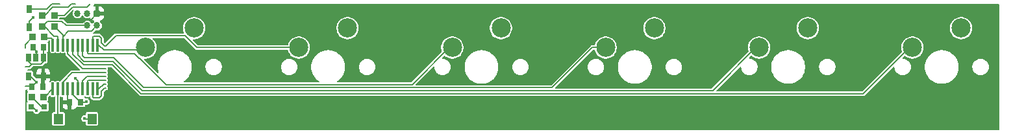
<source format=gtl>
%TF.GenerationSoftware,KiCad,Pcbnew,9.0.0*%
%TF.CreationDate,2025-04-22T14:57:36+01:00*%
%TF.ProjectId,vm_keycap_button_row_0.3,766d5f6b-6579-4636-9170-5f627574746f,v0.3*%
%TF.SameCoordinates,PX876bf80PY47868c0*%
%TF.FileFunction,Copper,L1,Top*%
%TF.FilePolarity,Positive*%
%FSLAX45Y45*%
G04 Gerber Fmt 4.5, Leading zero omitted, Abs format (unit mm)*
G04 Created by KiCad (PCBNEW 9.0.0) date 2025-04-22 14:57:36*
%MOMM*%
%LPD*%
G01*
G04 APERTURE LIST*
G04 Aperture macros list*
%AMRoundRect*
0 Rectangle with rounded corners*
0 $1 Rounding radius*
0 $2 $3 $4 $5 $6 $7 $8 $9 X,Y pos of 4 corners*
0 Add a 4 corners polygon primitive as box body*
4,1,4,$2,$3,$4,$5,$6,$7,$8,$9,$2,$3,0*
0 Add four circle primitives for the rounded corners*
1,1,$1+$1,$2,$3*
1,1,$1+$1,$4,$5*
1,1,$1+$1,$6,$7*
1,1,$1+$1,$8,$9*
0 Add four rect primitives between the rounded corners*
20,1,$1+$1,$2,$3,$4,$5,0*
20,1,$1+$1,$4,$5,$6,$7,0*
20,1,$1+$1,$6,$7,$8,$9,0*
20,1,$1+$1,$8,$9,$2,$3,0*%
G04 Aperture macros list end*
%TA.AperFunction,SMDPad,CuDef*%
%ADD10C,0.125000*%
%TD*%
%TA.AperFunction,ComponentPad*%
%ADD11C,2.500000*%
%TD*%
%TA.AperFunction,ComponentPad*%
%ADD12RoundRect,0.172720X-0.259080X-0.259080X0.259080X-0.259080X0.259080X0.259080X-0.259080X0.259080X0*%
%TD*%
%TA.AperFunction,ComponentPad*%
%ADD13C,0.863600*%
%TD*%
%TA.AperFunction,SMDPad,CuDef*%
%ADD14R,0.860000X0.810000*%
%TD*%
%TA.AperFunction,SMDPad,CuDef*%
%ADD15R,0.700000X1.000000*%
%TD*%
%TA.AperFunction,SMDPad,CuDef*%
%ADD16R,0.800000X0.800000*%
%TD*%
%TA.AperFunction,SMDPad,CuDef*%
%ADD17R,0.800000X0.900000*%
%TD*%
%TA.AperFunction,SMDPad,CuDef*%
%ADD18O,0.360000X1.740000*%
%TD*%
%TA.AperFunction,SMDPad,CuDef*%
%ADD19R,1.230000X1.360000*%
%TD*%
%TA.AperFunction,SMDPad,CuDef*%
%ADD20R,0.810000X0.860000*%
%TD*%
%TA.AperFunction,SMDPad,CuDef*%
%ADD21R,0.750000X1.000000*%
%TD*%
%TA.AperFunction,ViaPad*%
%ADD22C,0.450000*%
%TD*%
%TA.AperFunction,Conductor*%
%ADD23C,0.200000*%
%TD*%
G04 APERTURE END LIST*
D10*
%TO.P,GS5,1,SWDIO~^*%
%TO.N,Net-(GS5-SWDIO~^)*%
X-5500000Y825000D03*
%TD*%
%TO.P,GS3,1,JD_DATA*%
%TO.N,Net-(GS3-JD_DATA)*%
X-6350000Y250000D03*
%TD*%
D11*
%TO.P,SW6,1,1*%
%TO.N,/BUTTON_5*%
X3219000Y254000D03*
%TO.P,SW6,2,2*%
%TO.N,GND*%
X3854000Y508000D03*
%TD*%
D12*
%TO.P,J1,1,Vcc*%
%TO.N,+3V3*%
X-5412500Y700000D03*
D13*
%TO.P,J1,2,SWDIO*%
%TO.N,/SWDIO*%
X-5412500Y542520D03*
%TO.P,J1,3,GND*%
%TO.N,GND*%
X-5539500Y700000D03*
%TO.P,J1,4,SWDCLK*%
%TO.N,/SWCLK*%
X-5539500Y542520D03*
%TO.P,J1,5,~{RESET}*%
%TO.N,/nRESET*%
X-5666500Y700000D03*
%TD*%
D14*
%TO.P,R7,1*%
%TO.N,/SWDIO*%
X-5970000Y525000D03*
%TO.P,R7,2*%
%TO.N,Net-(GS5-SWDIO~^)*%
X-5970000Y675000D03*
%TD*%
D11*
%TO.P,SW2,1,1*%
%TO.N,/BUTTON_1*%
X-4781000Y254000D03*
%TO.P,SW2,2,2*%
%TO.N,GND*%
X-4146000Y508000D03*
%TD*%
D10*
%TO.P,GS4,1,SWCLK*%
%TO.N,Net-(GS4-SWCLK)*%
X-5700000Y825000D03*
%TD*%
D11*
%TO.P,SW7,1,1*%
%TO.N,/BUTTON_6*%
X5219000Y254000D03*
%TO.P,SW7,2,2*%
%TO.N,GND*%
X5854000Y508000D03*
%TD*%
D15*
%TO.P,U2,1,IN*%
%TO.N,JD_PWR*%
X-6115000Y120000D03*
%TO.P,U2,2,GND*%
%TO.N,GND*%
X-6210000Y120000D03*
%TO.P,U2,3,EN*%
%TO.N,JD_PWR*%
X-6305000Y120000D03*
%TO.P,U2,4,N/C*%
%TO.N,GND*%
X-6305000Y-120000D03*
%TO.P,U2,5,OUT*%
%TO.N,+3V3*%
X-6115000Y-120000D03*
%TD*%
D10*
%TO.P,GS6,1,RESET*%
%TO.N,Net-(D2-K)*%
X-5900000Y825000D03*
%TD*%
D16*
%TO.P,D1,1*%
%TO.N,Net-(D1-Pad1)*%
X-6105000Y-520000D03*
%TO.P,D1,2*%
%TO.N,GND*%
X-6275000Y-520000D03*
%TD*%
D14*
%TO.P,R6,1*%
%TO.N,/SWCLK*%
X-6130000Y525000D03*
%TO.P,R6,2*%
%TO.N,Net-(GS4-SWCLK)*%
X-6130000Y675000D03*
%TD*%
D17*
%TO.P,C3,1*%
%TO.N,+3V3*%
X-6120000Y-260000D03*
%TO.P,C3,2*%
%TO.N,GND*%
X-6260000Y-260000D03*
%TD*%
D18*
%TO.P,U1,1,PB7/PB8*%
%TO.N,/JD_STATUS*%
X-5991000Y-287000D03*
%TO.P,U1,2,PB9/PC14-OSC32_IN*%
%TO.N,/nFLASH*%
X-5926000Y-287000D03*
%TO.P,U1,3,PC15-OSC32_OUT*%
%TO.N,unconnected-(U1-PC15-OSC32_OUT-Pad3)*%
X-5861000Y-287000D03*
%TO.P,U1,4,VDD/VDDA*%
%TO.N,+3V3*%
X-5796000Y-287000D03*
%TO.P,U1,5,VSS/VSSA*%
%TO.N,GND*%
X-5730000Y-287000D03*
%TO.P,U1,6,NRST*%
%TO.N,/nRESET*%
X-5665000Y-287000D03*
%TO.P,U1,7,PA0*%
%TO.N,unconnected-(U1-PA0-Pad7)*%
X-5600000Y-287000D03*
%TO.P,U1,8,PA1*%
%TO.N,unconnected-(U1-PA1-Pad8)*%
X-5535000Y-287000D03*
%TO.P,U1,9,PA2*%
%TO.N,unconnected-(U1-PA2-Pad9)*%
X-5470000Y-287000D03*
%TO.P,U1,10,PA3*%
%TO.N,unconnected-(U1-PA3-Pad10)*%
X-5405000Y-287000D03*
%TO.P,U1,11,PA4*%
%TO.N,/BUTTON_1*%
X-5405000Y287000D03*
%TO.P,U1,12,PA5*%
%TO.N,/BUTTON_2*%
X-5470000Y287000D03*
%TO.P,U1,13,PA6*%
%TO.N,/BUTTON_3*%
X-5535000Y287000D03*
%TO.P,U1,14,PA7*%
%TO.N,/BUTTON_4*%
X-5600000Y287000D03*
%TO.P,U1,15,PB0/PB1/PB2/PA8*%
%TO.N,/BUTTON_5*%
X-5665000Y287000D03*
%TO.P,U1,16,PA11[PA9]*%
%TO.N,/BUTTON_6*%
X-5730000Y287000D03*
%TO.P,U1,17,PA12[PA10]*%
%TO.N,unconnected-(U1-PA12[PA10]-Pad17)*%
X-5796000Y287000D03*
%TO.P,U1,18,PA13*%
%TO.N,/SWDIO*%
X-5861000Y287000D03*
%TO.P,U1,19,PA15/PA14-BOOT0*%
%TO.N,/SWCLK*%
X-5926000Y287000D03*
%TO.P,U1,20,PB3/PB4/PB5/PB6*%
%TO.N,/JD_DATA_MCU*%
X-5991000Y287000D03*
%TD*%
D11*
%TO.P,SW5,1,1*%
%TO.N,/BUTTON_4*%
X1219000Y254000D03*
%TO.P,SW5,2,2*%
%TO.N,GND*%
X1854000Y508000D03*
%TD*%
D19*
%TO.P,SW1,1,1*%
%TO.N,GND*%
X-5480000Y-680000D03*
%TO.P,SW1,2,2*%
%TO.N,/nFLASH*%
X-5916000Y-680000D03*
%TD*%
D11*
%TO.P,SW4,1,1*%
%TO.N,/BUTTON_3*%
X-781000Y254000D03*
%TO.P,SW4,2,2*%
%TO.N,GND*%
X-146000Y508000D03*
%TD*%
D10*
%TO.P,GS2,1,GND*%
%TO.N,GND*%
X-6350000Y-250000D03*
%TD*%
D11*
%TO.P,SW3,1,1*%
%TO.N,/BUTTON_2*%
X-2781000Y254000D03*
%TO.P,SW3,2,2*%
%TO.N,GND*%
X-2146000Y508000D03*
%TD*%
D20*
%TO.P,R5,1*%
%TO.N,/JD_DATA_MCU*%
X-6105000Y390000D03*
%TO.P,R5,2*%
%TO.N,Net-(GS3-JD_DATA)*%
X-6255000Y390000D03*
%TD*%
D17*
%TO.P,C1,1*%
%TO.N,+3V3*%
X-5770000Y-460000D03*
%TO.P,C1,2*%
%TO.N,GND*%
X-5630000Y-460000D03*
%TD*%
D10*
%TO.P,GS1,1,JD_PWR*%
%TO.N,JD_PWR*%
X-6350000Y0D03*
%TD*%
D17*
%TO.P,C2,1*%
%TO.N,JD_PWR*%
X-6110000Y260000D03*
%TO.P,C2,2*%
%TO.N,GND*%
X-6250000Y260000D03*
%TD*%
D20*
%TO.P,R1,1*%
%TO.N,/JD_STATUS*%
X-6115000Y-390000D03*
%TO.P,R1,2*%
%TO.N,Net-(D1-Pad1)*%
X-6265000Y-390000D03*
%TD*%
D21*
%TO.P,D2,1,K*%
%TO.N,Net-(D2-K)*%
X-6300000Y757000D03*
%TO.P,D2,2,A*%
%TO.N,/nRESET*%
X-6300000Y523000D03*
%TD*%
D22*
%TO.N,GND*%
X-6200000Y200000D03*
X-5550000Y-450000D03*
X-6200000Y-575000D03*
X-5575000Y-675000D03*
X-6200000Y-200000D03*
%TO.N,+3V3*%
X-5860000Y30000D03*
X-5787500Y615800D03*
X-5770000Y-600000D03*
%TO.N,/nRESET*%
X-5700000Y-150000D03*
X-6250000Y650000D03*
%TD*%
D23*
%TO.N,GND*%
X-6200000Y200000D02*
X-6200000Y210000D01*
X-5570000Y-680000D02*
X-5575000Y-675000D01*
X-6305000Y-120000D02*
X-6280000Y-120000D01*
X-6200000Y-200000D02*
X-6260000Y-260000D01*
X-6280000Y-120000D02*
X-6200000Y-200000D01*
X-6200000Y130000D02*
X-6210000Y120000D01*
X-6255000Y-520000D02*
X-6200000Y-575000D01*
X-5630000Y-460000D02*
X-5560000Y-460000D01*
X-5730000Y-360000D02*
X-5630000Y-460000D01*
X-6350000Y-250000D02*
X-6270000Y-250000D01*
X-6200000Y210000D02*
X-6250000Y260000D01*
X-5730000Y-287000D02*
X-5730000Y-360000D01*
X-6200000Y200000D02*
X-6200000Y130000D01*
X-6275000Y-520000D02*
X-6255000Y-520000D01*
X-6270000Y-250000D02*
X-6260000Y-260000D01*
X-5480000Y-680000D02*
X-5570000Y-680000D01*
X-5560000Y-460000D02*
X-5550000Y-450000D01*
%TO.N,+3V3*%
X-6115000Y-120000D02*
X-6115000Y-255000D01*
X-5496700Y615800D02*
X-5787500Y615800D01*
X-5412500Y700000D02*
X-5496700Y615800D01*
X-5796000Y-434000D02*
X-5770000Y-460000D01*
X-5796000Y-287000D02*
X-5796000Y-434000D01*
X-6115000Y-255000D02*
X-6120000Y-260000D01*
X-6095000Y-115000D02*
X-6095000Y-120000D01*
%TO.N,Net-(D1-Pad1)*%
X-6135000Y-520000D02*
X-6105000Y-520000D01*
X-6265000Y-390000D02*
X-6135000Y-520000D01*
%TO.N,/SWDIO*%
X-5488390Y466630D02*
X-5788370Y466630D01*
X-5412500Y542520D02*
X-5488390Y466630D01*
X-5970000Y525000D02*
X-5861000Y416000D01*
X-5788370Y466630D02*
X-5861000Y394000D01*
X-5861000Y394000D02*
X-5861000Y287000D01*
X-5861000Y416000D02*
X-5861000Y287000D01*
%TO.N,/SWCLK*%
X-6059400Y595600D02*
X-6130000Y525000D01*
X-5816766Y542520D02*
X-5539500Y542520D01*
X-5926000Y394000D02*
X-5926000Y287000D01*
X-5975400Y404100D02*
X-5936100Y404100D01*
X-6096300Y525000D02*
X-5975400Y404100D01*
X-6110000Y525000D02*
X-6096300Y525000D01*
X-5936100Y404100D02*
X-5926000Y394000D01*
X-5869846Y595600D02*
X-6059400Y595600D01*
X-5869846Y595600D02*
X-5816766Y542520D01*
%TO.N,/nRESET*%
X-5665000Y-287000D02*
X-5665000Y-185000D01*
X-5665000Y-185000D02*
X-5700000Y-150000D01*
X-6300000Y600000D02*
X-6250000Y650000D01*
X-6300000Y523000D02*
X-6300000Y600000D01*
%TO.N,/JD_STATUS*%
X-6115000Y-390000D02*
X-6094000Y-390000D01*
X-6094000Y-390000D02*
X-5991000Y-287000D01*
%TO.N,/nFLASH*%
X-5926000Y-287000D02*
X-5926000Y-670000D01*
X-5926000Y-670000D02*
X-5916000Y-680000D01*
%TO.N,unconnected-(U1-PC15-OSC32_OUT-Pad3)*%
X-5740500Y-75000D02*
X-5300000Y-75000D01*
X-5861000Y-287000D02*
X-5861000Y-195500D01*
X-5861000Y-195500D02*
X-5740500Y-75000D01*
%TO.N,unconnected-(U1-PA2-Pad9)*%
X-5385076Y-404100D02*
X-5356900Y-375924D01*
X-5356900Y-375924D02*
X-5356900Y-319973D01*
X-5311927Y-275000D02*
X-5300000Y-275000D01*
X-5470000Y-287000D02*
X-5470000Y-394000D01*
X-5470000Y-394000D02*
X-5459900Y-404100D01*
X-5459900Y-404100D02*
X-5385076Y-404100D01*
X-5356900Y-319973D02*
X-5311927Y-275000D01*
%TO.N,unconnected-(U1-PA1-Pad8)*%
X-5380100Y-169900D02*
X-5375000Y-175000D01*
X-5535000Y-180000D02*
X-5524900Y-169900D01*
X-5524900Y-169900D02*
X-5380100Y-169900D01*
X-5375000Y-175000D02*
X-5300000Y-175000D01*
X-5535000Y-287000D02*
X-5535000Y-180000D01*
%TO.N,unconnected-(U1-PA0-Pad7)*%
X-5600000Y-180000D02*
X-5545000Y-125000D01*
X-5600000Y-287000D02*
X-5600000Y-180000D01*
X-5545000Y-125000D02*
X-5300000Y-125000D01*
%TO.N,unconnected-(U1-PA3-Pad10)*%
X-5405000Y-287000D02*
X-5387000Y-287000D01*
X-5325000Y-225000D02*
X-5300000Y-225000D01*
X-5387000Y-287000D02*
X-5325000Y-225000D01*
%TO.N,unconnected-(U1-PA12[PA10]-Pad17)*%
X-5796000Y171000D02*
X-5600000Y-25000D01*
X-5600000Y-25000D02*
X-5300000Y-25000D01*
X-5796000Y287000D02*
X-5796000Y171000D01*
%TO.N,JD_PWR*%
X-6275100Y39900D02*
X-6250000Y39900D01*
X-6115000Y69800D02*
X-6115000Y120000D01*
X-6275100Y24900D02*
X-6300000Y0D01*
X-6144900Y39900D02*
X-6115000Y69800D01*
X-6115000Y120000D02*
X-6115000Y255000D01*
X-6275100Y39900D02*
X-6275100Y24900D01*
X-6305000Y120000D02*
X-6305000Y69800D01*
X-6305000Y69800D02*
X-6275100Y39900D01*
X-6250000Y39900D02*
X-6144900Y39900D01*
X-6115000Y255000D02*
X-6110000Y260000D01*
X-6350000Y0D02*
X-6300000Y0D01*
%TO.N,Net-(GS3-JD_DATA)*%
X-6350000Y295000D02*
X-6350000Y250000D01*
X-6255000Y390000D02*
X-6350000Y295000D01*
%TO.N,/JD_DATA_MCU*%
X-6000000Y370000D02*
X-6000000Y296000D01*
X-6009800Y379800D02*
X-6000000Y370000D01*
X-6094800Y379800D02*
X-6009800Y379800D01*
X-6000000Y296000D02*
X-5991000Y287000D01*
X-6105000Y390000D02*
X-6094800Y379800D01*
%TO.N,Net-(D2-K)*%
X-6004527Y825000D02*
X-5900000Y825000D01*
X-6072527Y757000D02*
X-6004527Y825000D01*
X-6300000Y757000D02*
X-6072527Y757000D01*
%TO.N,Net-(GS4-SWCLK)*%
X-6130000Y675000D02*
X-6097959Y675000D01*
X-6097959Y675000D02*
X-5988059Y784900D01*
X-5749451Y825000D02*
X-5700000Y825000D01*
X-5789551Y784900D02*
X-5749451Y825000D01*
X-5988059Y784900D02*
X-5789551Y784900D01*
%TO.N,Net-(GS5-SWDIO~^)*%
X-5970000Y675000D02*
X-5842882Y675000D01*
X-5842882Y675000D02*
X-5732982Y784900D01*
X-5540100Y784900D02*
X-5500000Y825000D01*
X-5732982Y784900D02*
X-5540100Y784900D01*
%TO.N,/BUTTON_1*%
X-5405000Y287000D02*
X-5387000Y287000D01*
X-4810000Y225000D02*
X-4781000Y254000D01*
X-5387000Y287000D02*
X-5325000Y225000D01*
X-5325000Y225000D02*
X-4810000Y225000D01*
X-4781000Y254000D02*
X-4814000Y287000D01*
%TO.N,/BUTTON_2*%
X-4266445Y409100D02*
X-4111345Y254000D01*
X-5318431Y275000D02*
X-5300000Y275000D01*
X-5470000Y394000D02*
X-5459900Y404100D01*
X-5459900Y404100D02*
X-5385076Y404100D01*
X-5300000Y275000D02*
X-5165900Y409100D01*
X-5165900Y409100D02*
X-4266445Y409100D01*
X-5356900Y375924D02*
X-5356900Y313469D01*
X-5470000Y287000D02*
X-5470000Y394000D01*
X-5356900Y313469D02*
X-5318431Y275000D01*
X-4111345Y254000D02*
X-2781000Y254000D01*
X-5385076Y404100D02*
X-5356900Y375924D01*
%TO.N,/BUTTON_3*%
X-4921345Y175000D02*
X-4863945Y117600D01*
X-5535000Y180000D02*
X-5524900Y169900D01*
X-4859289Y117600D02*
X-4511589Y-230100D01*
X-5380100Y169900D02*
X-5375000Y175000D01*
X-5535000Y287000D02*
X-5535000Y180000D01*
X-5524900Y169900D02*
X-5380100Y169900D01*
X-820311Y254000D02*
X-781000Y254000D01*
X-4863945Y117600D02*
X-4859289Y117600D01*
X-1304412Y-230100D02*
X-820311Y254000D01*
X-5375000Y175000D02*
X-4921345Y175000D01*
X-4511589Y-230100D02*
X-1304412Y-230100D01*
%TO.N,/BUTTON_6*%
X-5212590Y25000D02*
X-4837490Y-350100D01*
X-5730000Y287000D02*
X-5730000Y165000D01*
X-5730000Y165000D02*
X-5590000Y25000D01*
X-5590000Y25000D02*
X-5212590Y25000D01*
X-4837490Y-350100D02*
X4575589Y-350100D01*
X5179689Y254000D02*
X5219000Y254000D01*
X4575589Y-350100D02*
X5179689Y254000D01*
%TO.N,/BUTTON_5*%
X-5665000Y287000D02*
X-5665000Y156710D01*
X-5205880Y75000D02*
X-4820780Y-310100D01*
X2615589Y-310100D02*
X3179688Y254000D01*
X-4820780Y-310100D02*
X2615589Y-310100D01*
X3179688Y254000D02*
X3219000Y254000D01*
X-5583290Y75000D02*
X-5205880Y75000D01*
X-5665000Y156710D02*
X-5583290Y75000D01*
%TO.N,/BUTTON_4*%
X-5576580Y125000D02*
X-5199312Y125000D01*
X-5600000Y148420D02*
X-5576580Y125000D01*
X-5199312Y125000D02*
X-4804212Y-270100D01*
X-4804212Y-270100D02*
X518123Y-270100D01*
X-5600000Y287000D02*
X-5600000Y148420D01*
X1042223Y254000D02*
X1219000Y254000D01*
X518123Y-270100D02*
X1042223Y254000D01*
%TD*%
%TA.AperFunction,Conductor*%
%TO.N,+3V3*%
G36*
X6347833Y822833D02*
G01*
X6350000Y817600D01*
X6350000Y-817600D01*
X6347833Y-822833D01*
X6342600Y-825000D01*
X-6342550Y-825000D01*
X-6347783Y-822833D01*
X-6349950Y-817600D01*
X-6349950Y-306914D01*
X-6347783Y-301682D01*
X-6343921Y-299778D01*
X-6343942Y-299698D01*
X-6343540Y-299590D01*
X-6343515Y-299578D01*
X-6343474Y-299572D01*
X-6343474Y-299572D01*
X-6330866Y-296194D01*
X-6330865Y-296194D01*
X-6330418Y-296008D01*
X-6330318Y-296249D01*
X-6325536Y-295618D01*
X-6321042Y-299065D01*
X-6320050Y-302767D01*
X-6320050Y-306975D01*
X-6318887Y-312823D01*
X-6314217Y-319811D01*
X-6313112Y-325366D01*
X-6316259Y-330075D01*
X-6319955Y-332545D01*
X-6319955Y-332545D01*
X-6324387Y-339177D01*
X-6324387Y-339177D01*
X-6325550Y-345025D01*
X-6325550Y-434975D01*
X-6325059Y-437444D01*
X-6324387Y-440823D01*
X-6323302Y-442447D01*
X-6319955Y-447455D01*
X-6319716Y-447615D01*
X-6319556Y-447854D01*
X-6319440Y-447970D01*
X-6319463Y-447993D01*
X-6316569Y-452324D01*
X-6317674Y-457879D01*
X-6322383Y-461026D01*
X-6322500Y-461049D01*
X-6322823Y-461113D01*
X-6329455Y-465545D01*
X-6329455Y-465545D01*
X-6333887Y-472177D01*
X-6335050Y-478025D01*
X-6335050Y-561975D01*
X-6333887Y-567823D01*
X-6330939Y-572234D01*
X-6329455Y-574455D01*
X-6325044Y-577403D01*
X-6322823Y-578887D01*
X-6322823Y-578887D01*
X-6322823Y-578887D01*
X-6316975Y-580050D01*
X-6248376Y-580050D01*
X-6243143Y-582217D01*
X-6241228Y-585535D01*
X-6239650Y-591423D01*
X-6239650Y-591424D01*
X-6238675Y-593113D01*
X-6234048Y-601126D01*
X-6226126Y-609049D01*
X-6216424Y-614650D01*
X-6205602Y-617550D01*
X-6205602Y-617550D01*
X-6205602Y-617550D01*
X-6194398Y-617550D01*
X-6194398Y-617550D01*
X-6183576Y-614650D01*
X-6173874Y-609049D01*
X-6165951Y-601126D01*
X-6160350Y-591424D01*
X-6158573Y-584794D01*
X-6155126Y-580301D01*
X-6149982Y-579452D01*
X-6146975Y-580050D01*
X-6146975Y-580050D01*
X-6063025Y-580050D01*
X-6063025Y-580050D01*
X-6057177Y-578887D01*
X-6050545Y-574455D01*
X-6046113Y-567823D01*
X-6044950Y-561975D01*
X-6044950Y-478025D01*
X-6046113Y-472177D01*
X-6050545Y-465545D01*
X-6052766Y-464061D01*
X-6057177Y-461113D01*
X-6057177Y-461113D01*
X-6057462Y-461056D01*
X-6057617Y-461026D01*
X-6062326Y-457879D01*
X-6063431Y-452324D01*
X-6060537Y-447993D01*
X-6060560Y-447970D01*
X-6060444Y-447854D01*
X-6060284Y-447615D01*
X-6060045Y-447455D01*
X-6055613Y-440823D01*
X-6054450Y-434975D01*
X-6054450Y-396012D01*
X-6052283Y-390780D01*
X-6035374Y-373871D01*
X-6030142Y-371704D01*
X-6024909Y-373871D01*
X-6023733Y-375404D01*
X-6022176Y-378102D01*
X-6021448Y-379363D01*
X-6014363Y-386448D01*
X-6005687Y-391457D01*
X-5996010Y-394050D01*
X-5996010Y-394050D01*
X-5996009Y-394050D01*
X-5985990Y-394050D01*
X-5985990Y-394050D01*
X-5976313Y-391457D01*
X-5969499Y-387522D01*
X-5967217Y-386205D01*
X-5967072Y-386456D01*
X-5962487Y-385225D01*
X-5957581Y-388055D01*
X-5956050Y-392562D01*
X-5956050Y-584550D01*
X-5958217Y-589783D01*
X-5963450Y-591950D01*
X-5979475Y-591950D01*
X-5982399Y-592532D01*
X-5985323Y-593113D01*
X-5991955Y-597545D01*
X-5991955Y-597545D01*
X-5996387Y-604177D01*
X-5997550Y-610025D01*
X-5997550Y-749975D01*
X-5996387Y-755823D01*
X-5993439Y-760234D01*
X-5991955Y-762455D01*
X-5987544Y-765403D01*
X-5985323Y-766887D01*
X-5985323Y-766887D01*
X-5985323Y-766887D01*
X-5979475Y-768050D01*
X-5979475Y-768050D01*
X-5852525Y-768050D01*
X-5852525Y-768050D01*
X-5846677Y-766887D01*
X-5840045Y-762455D01*
X-5835613Y-755823D01*
X-5834450Y-749975D01*
X-5834450Y-669398D01*
X-5617550Y-669398D01*
X-5617550Y-680602D01*
X-5614650Y-691423D01*
X-5614650Y-691424D01*
X-5614650Y-691424D01*
X-5609048Y-701126D01*
X-5601126Y-709048D01*
X-5591424Y-714650D01*
X-5580602Y-717550D01*
X-5580602Y-717550D01*
X-5568950Y-717550D01*
X-5563717Y-719717D01*
X-5561550Y-724950D01*
X-5561550Y-749975D01*
X-5560387Y-755823D01*
X-5557439Y-760234D01*
X-5555955Y-762455D01*
X-5551544Y-765403D01*
X-5549323Y-766887D01*
X-5549323Y-766887D01*
X-5549323Y-766887D01*
X-5543475Y-768050D01*
X-5543475Y-768050D01*
X-5416525Y-768050D01*
X-5416525Y-768050D01*
X-5410677Y-766887D01*
X-5404045Y-762455D01*
X-5399613Y-755823D01*
X-5398450Y-749975D01*
X-5398450Y-610025D01*
X-5399613Y-604177D01*
X-5404045Y-597545D01*
X-5406266Y-596061D01*
X-5410677Y-593113D01*
X-5410677Y-593113D01*
X-5413601Y-592532D01*
X-5416525Y-591950D01*
X-5543475Y-591950D01*
X-5546399Y-592532D01*
X-5549323Y-593113D01*
X-5555955Y-597545D01*
X-5555955Y-597545D01*
X-5560387Y-604177D01*
X-5561550Y-610025D01*
X-5561550Y-625050D01*
X-5563717Y-630283D01*
X-5568950Y-632450D01*
X-5580602Y-632450D01*
X-5591423Y-635350D01*
X-5591424Y-635350D01*
X-5601126Y-640952D01*
X-5609048Y-648874D01*
X-5614650Y-658576D01*
X-5614650Y-658577D01*
X-5617550Y-669398D01*
X-5834450Y-669398D01*
X-5834450Y-610025D01*
X-5835613Y-604177D01*
X-5840045Y-597545D01*
X-5842266Y-596061D01*
X-5846677Y-593113D01*
X-5846677Y-593113D01*
X-5849601Y-592532D01*
X-5852525Y-591950D01*
X-5852525Y-591950D01*
X-5888550Y-591950D01*
X-5893783Y-589783D01*
X-5895950Y-584550D01*
X-5895950Y-509783D01*
X-5860000Y-509783D01*
X-5859360Y-515737D01*
X-5859360Y-515738D01*
X-5854335Y-529209D01*
X-5854335Y-529209D01*
X-5845719Y-540719D01*
X-5834209Y-549335D01*
X-5834209Y-549335D01*
X-5820738Y-554360D01*
X-5820738Y-554360D01*
X-5814783Y-555000D01*
X-5795000Y-555000D01*
X-5795000Y-485000D01*
X-5860000Y-485000D01*
X-5860000Y-509783D01*
X-5895950Y-509783D01*
X-5895950Y-392562D01*
X-5893783Y-387330D01*
X-5888550Y-385162D01*
X-5884898Y-386403D01*
X-5884783Y-386205D01*
X-5882501Y-387522D01*
X-5875687Y-391457D01*
X-5866009Y-394050D01*
X-5866009Y-394050D01*
X-5865529Y-394113D01*
X-5865556Y-394320D01*
X-5860976Y-396217D01*
X-5858809Y-401450D01*
X-5859275Y-404036D01*
X-5859360Y-404262D01*
X-5860000Y-410217D01*
X-5860000Y-435000D01*
X-5777400Y-435000D01*
X-5772167Y-437167D01*
X-5770000Y-442400D01*
X-5770000Y-460000D01*
X-5752400Y-460000D01*
X-5747167Y-462167D01*
X-5745000Y-467400D01*
X-5745000Y-555000D01*
X-5725217Y-555000D01*
X-5719262Y-554360D01*
X-5719262Y-554360D01*
X-5705791Y-549335D01*
X-5705791Y-549335D01*
X-5694281Y-540719D01*
X-5685665Y-529209D01*
X-5685476Y-528703D01*
X-5681617Y-524558D01*
X-5677099Y-524031D01*
X-5671975Y-525050D01*
X-5671975Y-525050D01*
X-5588025Y-525050D01*
X-5588025Y-525050D01*
X-5582177Y-523887D01*
X-5575545Y-519455D01*
X-5571113Y-512823D01*
X-5569950Y-506975D01*
X-5569950Y-498349D01*
X-5567783Y-493117D01*
X-5562550Y-490949D01*
X-5560635Y-491201D01*
X-5557001Y-492175D01*
X-5555602Y-492550D01*
X-5555602Y-492550D01*
X-5555602Y-492550D01*
X-5544398Y-492550D01*
X-5544398Y-492550D01*
X-5533576Y-489650D01*
X-5523874Y-484048D01*
X-5515952Y-476126D01*
X-5510350Y-466424D01*
X-5507450Y-455602D01*
X-5507450Y-455602D01*
X-5507450Y-444398D01*
X-5507450Y-444398D01*
X-5508408Y-440823D01*
X-5510350Y-433576D01*
X-5515952Y-423874D01*
X-5523874Y-415951D01*
X-5529936Y-412451D01*
X-5533576Y-410350D01*
X-5533577Y-410349D01*
X-5539796Y-408683D01*
X-5539797Y-408683D01*
X-5544398Y-407450D01*
X-5555602Y-407450D01*
X-5563481Y-409561D01*
X-5564752Y-409394D01*
X-5565970Y-409791D01*
X-5567199Y-409072D01*
X-5569097Y-408822D01*
X-5571019Y-407224D01*
X-5571305Y-406891D01*
X-5575545Y-400545D01*
X-5578323Y-398688D01*
X-5578986Y-397913D01*
X-5579572Y-396117D01*
X-5580621Y-394546D01*
X-5580418Y-393521D01*
X-5580741Y-392529D01*
X-5579885Y-390844D01*
X-5579516Y-388991D01*
X-5578422Y-387966D01*
X-5578175Y-387480D01*
X-5577757Y-387344D01*
X-5577063Y-386694D01*
X-5576637Y-386448D01*
X-5572733Y-382543D01*
X-5567500Y-380376D01*
X-5562267Y-382543D01*
X-5558363Y-386448D01*
X-5549687Y-391457D01*
X-5545166Y-392668D01*
X-5540009Y-394050D01*
X-5537557Y-394050D01*
X-5529990Y-394050D01*
X-5529990Y-394050D01*
X-5520313Y-391457D01*
X-5513499Y-387522D01*
X-5511217Y-386205D01*
X-5511072Y-386456D01*
X-5506487Y-385225D01*
X-5501581Y-388055D01*
X-5500050Y-392562D01*
X-5500050Y-397956D01*
X-5498002Y-405599D01*
X-5496356Y-408451D01*
X-5496355Y-408451D01*
X-5494046Y-412451D01*
X-5478351Y-428146D01*
X-5471499Y-432102D01*
X-5463856Y-434150D01*
X-5463856Y-434150D01*
X-5381120Y-434150D01*
X-5381120Y-434150D01*
X-5373477Y-432102D01*
X-5366625Y-428146D01*
X-5361030Y-422551D01*
X-5332854Y-394375D01*
X-5330354Y-390044D01*
X-5328898Y-387523D01*
X-5326850Y-379880D01*
X-5326850Y-379880D01*
X-5326850Y-335485D01*
X-5324683Y-330252D01*
X-5301648Y-307217D01*
X-5296415Y-305050D01*
X-5296044Y-305050D01*
X-5296044Y-305050D01*
X-5288401Y-303002D01*
X-5281549Y-299046D01*
X-5275954Y-293451D01*
X-5271998Y-286599D01*
X-5269950Y-278956D01*
X-5269950Y-278956D01*
X-5269950Y-271044D01*
X-5269950Y-271044D01*
X-5271998Y-263401D01*
X-5271998Y-263401D01*
X-5275954Y-256549D01*
X-5277270Y-255233D01*
X-5279438Y-250000D01*
X-5277270Y-244767D01*
X-5275954Y-243451D01*
X-5271998Y-236599D01*
X-5269950Y-228956D01*
X-5269950Y-228956D01*
X-5269950Y-221044D01*
X-5269950Y-221043D01*
X-5271998Y-213401D01*
X-5271998Y-213401D01*
X-5274643Y-208819D01*
X-5275954Y-206549D01*
X-5277270Y-205233D01*
X-5279438Y-200000D01*
X-5277270Y-194767D01*
X-5276742Y-194239D01*
X-5275954Y-193451D01*
X-5271998Y-186599D01*
X-5269950Y-178956D01*
X-5269950Y-178956D01*
X-5269950Y-171044D01*
X-5269950Y-171044D01*
X-5271998Y-163401D01*
X-5271998Y-163401D01*
X-5275954Y-156549D01*
X-5277270Y-155233D01*
X-5279438Y-150000D01*
X-5277270Y-144767D01*
X-5276901Y-144398D01*
X-5275954Y-143451D01*
X-5271998Y-136599D01*
X-5269950Y-128956D01*
X-5269950Y-128956D01*
X-5269950Y-121044D01*
X-5269950Y-121043D01*
X-5271998Y-113401D01*
X-5271998Y-113401D01*
X-5274125Y-109717D01*
X-5275954Y-106549D01*
X-5277270Y-105233D01*
X-5279438Y-100000D01*
X-5277270Y-94767D01*
X-5275954Y-93451D01*
X-5271998Y-86599D01*
X-5269950Y-78956D01*
X-5269950Y-78956D01*
X-5269950Y-71044D01*
X-5269950Y-71044D01*
X-5270213Y-70064D01*
X-5271998Y-63401D01*
X-5275954Y-56549D01*
X-5277270Y-55233D01*
X-5279438Y-50000D01*
X-5277270Y-44767D01*
X-5275954Y-43451D01*
X-5271998Y-36599D01*
X-5269950Y-28956D01*
X-5269950Y-28956D01*
X-5269950Y-21044D01*
X-5269950Y-21044D01*
X-5270058Y-20640D01*
X-5271724Y-14423D01*
X-5271740Y-14365D01*
X-5271000Y-8750D01*
X-5266507Y-5302D01*
X-5264592Y-5050D01*
X-5228102Y-5050D01*
X-5222870Y-7217D01*
X-4861536Y-368551D01*
X-4855941Y-374146D01*
X-4849089Y-378102D01*
X-4849089Y-378102D01*
X-4849089Y-378102D01*
X-4845268Y-379126D01*
X-4841447Y-380150D01*
X-4841447Y-380150D01*
X-4841447Y-380150D01*
X4579545Y-380150D01*
X4579545Y-380150D01*
X4587188Y-378102D01*
X4594040Y-374146D01*
X4599635Y-368551D01*
X4971817Y3632D01*
X4977050Y5799D01*
X4982283Y3632D01*
X4984450Y-1601D01*
X4984450Y-8464D01*
X4987098Y-25184D01*
X4987098Y-25186D01*
X4992329Y-41284D01*
X5000015Y-56368D01*
X5009965Y-70064D01*
X5009965Y-70064D01*
X5021936Y-82035D01*
X5021936Y-82035D01*
X5021936Y-82035D01*
X5035631Y-91985D01*
X5042773Y-95624D01*
X5050715Y-99670D01*
X5050715Y-99670D01*
X5050716Y-99671D01*
X5066814Y-104901D01*
X5066815Y-104902D01*
X5066815Y-104902D01*
X5077214Y-106549D01*
X5083536Y-107550D01*
X5083536Y-107550D01*
X5100465Y-107550D01*
X5104644Y-106888D01*
X5117185Y-104902D01*
X5117185Y-104901D01*
X5117186Y-104901D01*
X5133284Y-99671D01*
X5133284Y-99671D01*
X5133285Y-99670D01*
X5148369Y-91985D01*
X5162064Y-82035D01*
X5174035Y-70064D01*
X5183985Y-56368D01*
X5191671Y-41285D01*
X5192884Y-37550D01*
X5196902Y-25186D01*
X5196902Y-25185D01*
X5196902Y-25185D01*
X5199550Y-8464D01*
X5199550Y8464D01*
X5199371Y9598D01*
X5198751Y13507D01*
X5198606Y14423D01*
X5379950Y14423D01*
X5379950Y-14423D01*
X5380822Y-21044D01*
X5383715Y-43022D01*
X5391181Y-70885D01*
X5402219Y-97534D01*
X5402220Y-97534D01*
X5416642Y-122515D01*
X5416643Y-122516D01*
X5433433Y-144398D01*
X5434203Y-145400D01*
X5454600Y-165797D01*
X5461437Y-171044D01*
X5477484Y-183357D01*
X5477485Y-183358D01*
X5497563Y-194950D01*
X5502466Y-197780D01*
X5529116Y-208819D01*
X5556978Y-216285D01*
X5585577Y-220050D01*
X5585577Y-220050D01*
X5614423Y-220050D01*
X5614423Y-220050D01*
X5643022Y-216285D01*
X5670884Y-208819D01*
X5697534Y-197780D01*
X5722516Y-183357D01*
X5745400Y-165797D01*
X5765797Y-145400D01*
X5783357Y-122516D01*
X5797780Y-97534D01*
X5808819Y-70885D01*
X5816285Y-43022D01*
X5820050Y-14423D01*
X5820050Y8465D01*
X6000450Y8465D01*
X6000450Y-8464D01*
X6003098Y-25184D01*
X6003098Y-25186D01*
X6008329Y-41284D01*
X6016015Y-56368D01*
X6025965Y-70064D01*
X6025965Y-70064D01*
X6037936Y-82035D01*
X6037936Y-82035D01*
X6037936Y-82035D01*
X6051631Y-91985D01*
X6058773Y-95624D01*
X6066715Y-99670D01*
X6066715Y-99670D01*
X6066716Y-99671D01*
X6082814Y-104901D01*
X6082815Y-104902D01*
X6082815Y-104902D01*
X6093214Y-106549D01*
X6099535Y-107550D01*
X6099536Y-107550D01*
X6116464Y-107550D01*
X6120644Y-106888D01*
X6133185Y-104902D01*
X6133185Y-104901D01*
X6133186Y-104901D01*
X6149284Y-99671D01*
X6149284Y-99671D01*
X6149285Y-99670D01*
X6164368Y-91985D01*
X6178064Y-82035D01*
X6190035Y-70064D01*
X6199985Y-56368D01*
X6207670Y-41285D01*
X6208884Y-37550D01*
X6212901Y-25186D01*
X6212901Y-25185D01*
X6212902Y-25185D01*
X6215550Y-8464D01*
X6215550Y8464D01*
X6215330Y9850D01*
X6212902Y25184D01*
X6212901Y25186D01*
X6207671Y41284D01*
X6207670Y41285D01*
X6207670Y41285D01*
X6200405Y55545D01*
X6199985Y56369D01*
X6190035Y70064D01*
X6190035Y70064D01*
X6190035Y70064D01*
X6178064Y82035D01*
X6178064Y82035D01*
X6178064Y82035D01*
X6164368Y91985D01*
X6149284Y99671D01*
X6133186Y104902D01*
X6133184Y104902D01*
X6116464Y107550D01*
X6116464Y107550D01*
X6099536Y107550D01*
X6099535Y107550D01*
X6082815Y104902D01*
X6082814Y104902D01*
X6066716Y99671D01*
X6051631Y91985D01*
X6037936Y82035D01*
X6025965Y70064D01*
X6016015Y56369D01*
X6008329Y41284D01*
X6003098Y25186D01*
X6003098Y25184D01*
X6000450Y8465D01*
X5820050Y8465D01*
X5820050Y14423D01*
X5816285Y43022D01*
X5808819Y70885D01*
X5797780Y97534D01*
X5783357Y122516D01*
X5765797Y145400D01*
X5745400Y165797D01*
X5742007Y168401D01*
X5722516Y183357D01*
X5722515Y183358D01*
X5697534Y197780D01*
X5697534Y197781D01*
X5670885Y208819D01*
X5643021Y216285D01*
X5621953Y219059D01*
X5614423Y220050D01*
X5585577Y220050D01*
X5578923Y219174D01*
X5556978Y216285D01*
X5529115Y208819D01*
X5502466Y197781D01*
X5502466Y197780D01*
X5477485Y183358D01*
X5477484Y183357D01*
X5454600Y165797D01*
X5434203Y145401D01*
X5416643Y122516D01*
X5416642Y122515D01*
X5402220Y97534D01*
X5402219Y97534D01*
X5391181Y70885D01*
X5383715Y43022D01*
X5381367Y25185D01*
X5379950Y14423D01*
X5198606Y14423D01*
X5196902Y25184D01*
X5196902Y25186D01*
X5191671Y41284D01*
X5191671Y41285D01*
X5191671Y41285D01*
X5184405Y55545D01*
X5183985Y56369D01*
X5174035Y70064D01*
X5174035Y70064D01*
X5174035Y70064D01*
X5162064Y82035D01*
X5162064Y82035D01*
X5162064Y82035D01*
X5148369Y91985D01*
X5133284Y99671D01*
X5117186Y104902D01*
X5117184Y104902D01*
X5100465Y107550D01*
X5100464Y107550D01*
X5093601Y107550D01*
X5088368Y109717D01*
X5086201Y114950D01*
X5088368Y120183D01*
X5090701Y122516D01*
X5112795Y144609D01*
X5118027Y146776D01*
X5123260Y144609D01*
X5124506Y143362D01*
X5142977Y129942D01*
X5163320Y119577D01*
X5163320Y119577D01*
X5163321Y119577D01*
X5185033Y112522D01*
X5185034Y112522D01*
X5185034Y112522D01*
X5200068Y110141D01*
X5207584Y108950D01*
X5207584Y108950D01*
X5230416Y108950D01*
X5236053Y109843D01*
X5252966Y112522D01*
X5252967Y112522D01*
X5252967Y112522D01*
X5274679Y119577D01*
X5274679Y119577D01*
X5274680Y119577D01*
X5295023Y129942D01*
X5313494Y143362D01*
X5329638Y159506D01*
X5343058Y177977D01*
X5353423Y198320D01*
X5355046Y203313D01*
X5360478Y220033D01*
X5360478Y220033D01*
X5360478Y220034D01*
X5364050Y242584D01*
X5364050Y265416D01*
X5360478Y287966D01*
X5360478Y287967D01*
X5360478Y287967D01*
X5353423Y309679D01*
X5353423Y309680D01*
X5353423Y309680D01*
X5343058Y330023D01*
X5329638Y348494D01*
X5313494Y364638D01*
X5313493Y364638D01*
X5313493Y364638D01*
X5295023Y378058D01*
X5274679Y388423D01*
X5252967Y395478D01*
X5252966Y395478D01*
X5230416Y399050D01*
X5230416Y399050D01*
X5207584Y399050D01*
X5207584Y399050D01*
X5185034Y395478D01*
X5185033Y395478D01*
X5163321Y388423D01*
X5142977Y378058D01*
X5124507Y364638D01*
X5108362Y348493D01*
X5094942Y330023D01*
X5084577Y309679D01*
X5077522Y287967D01*
X5077522Y287966D01*
X5073950Y265416D01*
X5073950Y242584D01*
X5077522Y220034D01*
X5077522Y220033D01*
X5082424Y204947D01*
X5081979Y199300D01*
X5080619Y197427D01*
X4565309Y-317882D01*
X4560077Y-320050D01*
X2666001Y-320050D01*
X2660769Y-317882D01*
X2658601Y-312650D01*
X2660769Y-307417D01*
X2971817Y3632D01*
X2977050Y5799D01*
X2982283Y3632D01*
X2984450Y-1601D01*
X2984450Y-8464D01*
X2987098Y-25184D01*
X2987098Y-25186D01*
X2992329Y-41284D01*
X3000015Y-56368D01*
X3009965Y-70064D01*
X3009965Y-70064D01*
X3021936Y-82035D01*
X3021936Y-82035D01*
X3021936Y-82035D01*
X3035631Y-91985D01*
X3042773Y-95624D01*
X3050715Y-99670D01*
X3050715Y-99670D01*
X3050716Y-99671D01*
X3066814Y-104901D01*
X3066815Y-104902D01*
X3066815Y-104902D01*
X3077214Y-106549D01*
X3083535Y-107550D01*
X3083536Y-107550D01*
X3100464Y-107550D01*
X3104644Y-106888D01*
X3117185Y-104902D01*
X3117185Y-104901D01*
X3117186Y-104901D01*
X3133284Y-99671D01*
X3133284Y-99671D01*
X3133285Y-99670D01*
X3148368Y-91985D01*
X3162064Y-82035D01*
X3174035Y-70064D01*
X3183985Y-56368D01*
X3191670Y-41285D01*
X3192884Y-37550D01*
X3196901Y-25186D01*
X3196901Y-25185D01*
X3196902Y-25185D01*
X3199550Y-8464D01*
X3199550Y8464D01*
X3199370Y9598D01*
X3198751Y13507D01*
X3198606Y14423D01*
X3379950Y14423D01*
X3379950Y-14423D01*
X3380822Y-21044D01*
X3383715Y-43022D01*
X3391181Y-70885D01*
X3402219Y-97534D01*
X3402219Y-97534D01*
X3416642Y-122515D01*
X3416643Y-122516D01*
X3433433Y-144398D01*
X3434203Y-145400D01*
X3454600Y-165797D01*
X3461436Y-171044D01*
X3477484Y-183357D01*
X3477485Y-183358D01*
X3497563Y-194950D01*
X3502465Y-197780D01*
X3529115Y-208819D01*
X3556978Y-216285D01*
X3585577Y-220050D01*
X3585577Y-220050D01*
X3614423Y-220050D01*
X3614423Y-220050D01*
X3643022Y-216285D01*
X3670884Y-208819D01*
X3697534Y-197780D01*
X3722516Y-183357D01*
X3745400Y-165797D01*
X3765797Y-145400D01*
X3783357Y-122516D01*
X3797780Y-97534D01*
X3808819Y-70885D01*
X3816285Y-43022D01*
X3820050Y-14423D01*
X3820050Y8465D01*
X4000450Y8465D01*
X4000450Y-8464D01*
X4003098Y-25184D01*
X4003098Y-25186D01*
X4008329Y-41284D01*
X4016015Y-56368D01*
X4025965Y-70064D01*
X4025965Y-70064D01*
X4037936Y-82035D01*
X4037936Y-82035D01*
X4037936Y-82035D01*
X4051631Y-91985D01*
X4058773Y-95624D01*
X4066715Y-99670D01*
X4066715Y-99670D01*
X4066716Y-99671D01*
X4082814Y-104901D01*
X4082815Y-104902D01*
X4082815Y-104902D01*
X4093214Y-106549D01*
X4099535Y-107550D01*
X4099536Y-107550D01*
X4116464Y-107550D01*
X4120644Y-106888D01*
X4133185Y-104902D01*
X4133185Y-104901D01*
X4133186Y-104901D01*
X4149284Y-99671D01*
X4149284Y-99671D01*
X4149285Y-99670D01*
X4164368Y-91985D01*
X4178064Y-82035D01*
X4190035Y-70064D01*
X4199985Y-56368D01*
X4207671Y-41285D01*
X4208884Y-37550D01*
X4212902Y-25186D01*
X4212902Y-25185D01*
X4212902Y-25185D01*
X4215550Y-8464D01*
X4215550Y8464D01*
X4215331Y9850D01*
X4212902Y25184D01*
X4212902Y25186D01*
X4207671Y41284D01*
X4207671Y41285D01*
X4207671Y41285D01*
X4200405Y55545D01*
X4199985Y56369D01*
X4190035Y70064D01*
X4190035Y70064D01*
X4190035Y70064D01*
X4178064Y82035D01*
X4178064Y82035D01*
X4178064Y82035D01*
X4164368Y91985D01*
X4149284Y99671D01*
X4133186Y104902D01*
X4133184Y104902D01*
X4116464Y107550D01*
X4116464Y107550D01*
X4099536Y107550D01*
X4099535Y107550D01*
X4082815Y104902D01*
X4082814Y104902D01*
X4066716Y99671D01*
X4051631Y91985D01*
X4037936Y82035D01*
X4025965Y70064D01*
X4016015Y56369D01*
X4008329Y41284D01*
X4003098Y25186D01*
X4003098Y25184D01*
X4000450Y8465D01*
X3820050Y8465D01*
X3820050Y14423D01*
X3816285Y43022D01*
X3808819Y70885D01*
X3797780Y97534D01*
X3783357Y122516D01*
X3765797Y145400D01*
X3745400Y165797D01*
X3742007Y168401D01*
X3722516Y183357D01*
X3722515Y183358D01*
X3697534Y197780D01*
X3697534Y197781D01*
X3670885Y208819D01*
X3643021Y216285D01*
X3621953Y219059D01*
X3614423Y220050D01*
X3585577Y220050D01*
X3578923Y219174D01*
X3556978Y216285D01*
X3529115Y208819D01*
X3502466Y197781D01*
X3502465Y197780D01*
X3477485Y183358D01*
X3477484Y183357D01*
X3454599Y165797D01*
X3434203Y145401D01*
X3416643Y122516D01*
X3416642Y122515D01*
X3402219Y97534D01*
X3402219Y97534D01*
X3391181Y70885D01*
X3383715Y43022D01*
X3381367Y25185D01*
X3379950Y14423D01*
X3198606Y14423D01*
X3196902Y25184D01*
X3196901Y25186D01*
X3191671Y41284D01*
X3191670Y41285D01*
X3191670Y41285D01*
X3184405Y55545D01*
X3183985Y56369D01*
X3174035Y70064D01*
X3174035Y70064D01*
X3174035Y70064D01*
X3162064Y82035D01*
X3162064Y82035D01*
X3162064Y82035D01*
X3148368Y91985D01*
X3133284Y99671D01*
X3117186Y104902D01*
X3117184Y104902D01*
X3100464Y107550D01*
X3100464Y107550D01*
X3093601Y107550D01*
X3088368Y109717D01*
X3086201Y114950D01*
X3088368Y120183D01*
X3090701Y122516D01*
X3112795Y144609D01*
X3118027Y146776D01*
X3123259Y144609D01*
X3124506Y143362D01*
X3142977Y129942D01*
X3163320Y119577D01*
X3163320Y119577D01*
X3163321Y119577D01*
X3185033Y112522D01*
X3185033Y112522D01*
X3185034Y112522D01*
X3200067Y110141D01*
X3207584Y108950D01*
X3207584Y108950D01*
X3230416Y108950D01*
X3236053Y109843D01*
X3252966Y112522D01*
X3252967Y112522D01*
X3252967Y112522D01*
X3274679Y119577D01*
X3274679Y119577D01*
X3274680Y119577D01*
X3295023Y129942D01*
X3313494Y143362D01*
X3329638Y159506D01*
X3343058Y177977D01*
X3353423Y198320D01*
X3355045Y203313D01*
X3360478Y220033D01*
X3360478Y220033D01*
X3360478Y220034D01*
X3364050Y242584D01*
X3364050Y265416D01*
X3360478Y287966D01*
X3360478Y287967D01*
X3360478Y287967D01*
X3353423Y309679D01*
X3353423Y309680D01*
X3353423Y309680D01*
X3343058Y330023D01*
X3329638Y348494D01*
X3313494Y364638D01*
X3313493Y364638D01*
X3313493Y364638D01*
X3295023Y378058D01*
X3274679Y388423D01*
X3252967Y395478D01*
X3252966Y395478D01*
X3230416Y399050D01*
X3230416Y399050D01*
X3207584Y399050D01*
X3207584Y399050D01*
X3185034Y395478D01*
X3185033Y395478D01*
X3163321Y388423D01*
X3142977Y378058D01*
X3124507Y364638D01*
X3108362Y348493D01*
X3094942Y330023D01*
X3084577Y309679D01*
X3077522Y287967D01*
X3077521Y287966D01*
X3073950Y265416D01*
X3073950Y242584D01*
X3077521Y220034D01*
X3077522Y220033D01*
X3082424Y204947D01*
X3081979Y199300D01*
X3080618Y197427D01*
X2605309Y-277883D01*
X2600076Y-280050D01*
X568536Y-280050D01*
X563303Y-277883D01*
X561136Y-272650D01*
X563303Y-267417D01*
X839185Y8465D01*
X984450Y8465D01*
X984450Y-8464D01*
X987098Y-25184D01*
X987098Y-25186D01*
X992329Y-41284D01*
X1000015Y-56368D01*
X1009965Y-70064D01*
X1009965Y-70064D01*
X1021936Y-82035D01*
X1021936Y-82035D01*
X1021936Y-82035D01*
X1035631Y-91985D01*
X1042773Y-95624D01*
X1050715Y-99670D01*
X1050715Y-99670D01*
X1050716Y-99671D01*
X1066814Y-104901D01*
X1066815Y-104902D01*
X1066815Y-104902D01*
X1077214Y-106549D01*
X1083536Y-107550D01*
X1083536Y-107550D01*
X1100465Y-107550D01*
X1104644Y-106888D01*
X1117185Y-104902D01*
X1117185Y-104901D01*
X1117186Y-104901D01*
X1133284Y-99671D01*
X1133284Y-99671D01*
X1133285Y-99670D01*
X1148369Y-91985D01*
X1162064Y-82035D01*
X1174035Y-70064D01*
X1183985Y-56368D01*
X1191671Y-41285D01*
X1192884Y-37550D01*
X1196902Y-25186D01*
X1196902Y-25185D01*
X1196902Y-25185D01*
X1199550Y-8464D01*
X1199550Y8464D01*
X1199371Y9598D01*
X1198751Y13507D01*
X1198606Y14423D01*
X1379950Y14423D01*
X1379950Y-14423D01*
X1380822Y-21044D01*
X1383715Y-43022D01*
X1391181Y-70885D01*
X1402219Y-97534D01*
X1402219Y-97534D01*
X1416642Y-122515D01*
X1416643Y-122516D01*
X1433433Y-144398D01*
X1434203Y-145400D01*
X1454600Y-165797D01*
X1461436Y-171044D01*
X1477484Y-183357D01*
X1477485Y-183358D01*
X1497563Y-194950D01*
X1502465Y-197780D01*
X1529115Y-208819D01*
X1556978Y-216285D01*
X1585577Y-220050D01*
X1585577Y-220050D01*
X1614423Y-220050D01*
X1614423Y-220050D01*
X1643022Y-216285D01*
X1670884Y-208819D01*
X1697534Y-197780D01*
X1722516Y-183357D01*
X1745400Y-165797D01*
X1765797Y-145400D01*
X1783357Y-122516D01*
X1797780Y-97534D01*
X1808819Y-70885D01*
X1816285Y-43022D01*
X1820050Y-14423D01*
X1820050Y8465D01*
X2000450Y8465D01*
X2000450Y-8464D01*
X2003098Y-25184D01*
X2003098Y-25186D01*
X2008329Y-41284D01*
X2016015Y-56368D01*
X2025965Y-70064D01*
X2025965Y-70064D01*
X2037936Y-82035D01*
X2037936Y-82035D01*
X2037936Y-82035D01*
X2051631Y-91985D01*
X2058773Y-95624D01*
X2066715Y-99670D01*
X2066715Y-99670D01*
X2066716Y-99671D01*
X2082814Y-104901D01*
X2082815Y-104902D01*
X2082815Y-104902D01*
X2093214Y-106549D01*
X2099536Y-107550D01*
X2099536Y-107550D01*
X2116465Y-107550D01*
X2120644Y-106888D01*
X2133185Y-104902D01*
X2133185Y-104901D01*
X2133186Y-104901D01*
X2149284Y-99671D01*
X2149284Y-99671D01*
X2149285Y-99670D01*
X2164369Y-91985D01*
X2178064Y-82035D01*
X2190035Y-70064D01*
X2199985Y-56368D01*
X2207671Y-41285D01*
X2208884Y-37550D01*
X2212902Y-25186D01*
X2212902Y-25185D01*
X2212902Y-25185D01*
X2215550Y-8464D01*
X2215550Y8464D01*
X2215331Y9850D01*
X2212902Y25184D01*
X2212902Y25186D01*
X2207671Y41284D01*
X2207671Y41285D01*
X2207671Y41285D01*
X2200405Y55545D01*
X2199985Y56369D01*
X2190035Y70064D01*
X2190035Y70064D01*
X2190035Y70064D01*
X2178064Y82035D01*
X2178064Y82035D01*
X2178064Y82035D01*
X2164369Y91985D01*
X2149284Y99671D01*
X2133186Y104902D01*
X2133184Y104902D01*
X2116465Y107550D01*
X2116464Y107550D01*
X2099536Y107550D01*
X2099536Y107550D01*
X2082815Y104902D01*
X2082814Y104902D01*
X2066716Y99671D01*
X2051631Y91985D01*
X2037936Y82035D01*
X2025965Y70064D01*
X2016015Y56369D01*
X2008329Y41284D01*
X2003098Y25186D01*
X2003098Y25184D01*
X2000450Y8465D01*
X1820050Y8465D01*
X1820050Y14423D01*
X1816285Y43022D01*
X1808819Y70885D01*
X1797780Y97534D01*
X1783357Y122516D01*
X1765797Y145400D01*
X1745400Y165797D01*
X1742007Y168401D01*
X1722516Y183357D01*
X1722515Y183358D01*
X1697534Y197780D01*
X1697534Y197781D01*
X1670885Y208819D01*
X1643021Y216285D01*
X1621953Y219059D01*
X1614423Y220050D01*
X1585577Y220050D01*
X1578923Y219174D01*
X1556978Y216285D01*
X1529115Y208819D01*
X1502466Y197781D01*
X1502465Y197780D01*
X1477485Y183358D01*
X1477484Y183357D01*
X1454599Y165797D01*
X1434203Y145401D01*
X1416643Y122516D01*
X1416642Y122515D01*
X1402219Y97534D01*
X1402219Y97534D01*
X1391181Y70885D01*
X1383715Y43022D01*
X1381367Y25185D01*
X1379950Y14423D01*
X1198606Y14423D01*
X1196902Y25184D01*
X1196902Y25186D01*
X1191671Y41284D01*
X1191671Y41285D01*
X1191671Y41285D01*
X1184405Y55545D01*
X1183985Y56369D01*
X1174035Y70064D01*
X1174035Y70064D01*
X1174035Y70064D01*
X1162064Y82035D01*
X1162064Y82035D01*
X1162064Y82035D01*
X1148369Y91985D01*
X1133284Y99671D01*
X1117186Y104902D01*
X1117184Y104902D01*
X1100465Y107550D01*
X1100464Y107550D01*
X1083536Y107550D01*
X1083536Y107550D01*
X1066816Y104902D01*
X1066814Y104902D01*
X1050716Y99671D01*
X1035631Y91985D01*
X1021936Y82035D01*
X1009965Y70064D01*
X1000015Y56369D01*
X992329Y41284D01*
X987098Y25186D01*
X987098Y25184D01*
X984450Y8465D01*
X839185Y8465D01*
X1052503Y221783D01*
X1057736Y223950D01*
X1070873Y223950D01*
X1076105Y221783D01*
X1077911Y218837D01*
X1084577Y198321D01*
X1094942Y177977D01*
X1106878Y161549D01*
X1108362Y159506D01*
X1124506Y143362D01*
X1142977Y129942D01*
X1163320Y119577D01*
X1163320Y119577D01*
X1163321Y119577D01*
X1185033Y112522D01*
X1185034Y112522D01*
X1185034Y112522D01*
X1200068Y110141D01*
X1207584Y108950D01*
X1207584Y108950D01*
X1230416Y108950D01*
X1236053Y109843D01*
X1252966Y112522D01*
X1252967Y112522D01*
X1252967Y112522D01*
X1274679Y119577D01*
X1274679Y119577D01*
X1274680Y119577D01*
X1295023Y129942D01*
X1313494Y143362D01*
X1329638Y159506D01*
X1343058Y177977D01*
X1353423Y198320D01*
X1355046Y203313D01*
X1360478Y220033D01*
X1360478Y220033D01*
X1360478Y220034D01*
X1364050Y242584D01*
X1364050Y265416D01*
X1360478Y287966D01*
X1360478Y287967D01*
X1360478Y287967D01*
X1353423Y309679D01*
X1353423Y309680D01*
X1353423Y309680D01*
X1343058Y330023D01*
X1329638Y348494D01*
X1313494Y364638D01*
X1313493Y364638D01*
X1313493Y364638D01*
X1295023Y378058D01*
X1274679Y388423D01*
X1252967Y395478D01*
X1252966Y395478D01*
X1230416Y399050D01*
X1230416Y399050D01*
X1207584Y399050D01*
X1207584Y399050D01*
X1185034Y395478D01*
X1185033Y395478D01*
X1163321Y388423D01*
X1142977Y378058D01*
X1124507Y364638D01*
X1108362Y348493D01*
X1094942Y330023D01*
X1084577Y309679D01*
X1077911Y289163D01*
X1074232Y284857D01*
X1070873Y284050D01*
X1038267Y284050D01*
X1030625Y282002D01*
X1030624Y282002D01*
X1025504Y279046D01*
X1023772Y278046D01*
X507844Y-237883D01*
X502611Y-240050D01*
X-1253999Y-240050D01*
X-1259232Y-237883D01*
X-1261399Y-232650D01*
X-1259232Y-227417D01*
X-1028183Y3632D01*
X-1022950Y5799D01*
X-1017717Y3632D01*
X-1015550Y-1601D01*
X-1015550Y-8464D01*
X-1012902Y-25184D01*
X-1012902Y-25186D01*
X-1007671Y-41284D01*
X-999985Y-56368D01*
X-990035Y-70064D01*
X-990035Y-70064D01*
X-978064Y-82035D01*
X-978064Y-82035D01*
X-978064Y-82035D01*
X-964369Y-91985D01*
X-957227Y-95624D01*
X-949285Y-99670D01*
X-949285Y-99670D01*
X-949284Y-99671D01*
X-933186Y-104901D01*
X-933185Y-104902D01*
X-933185Y-104902D01*
X-922786Y-106549D01*
X-916464Y-107550D01*
X-916464Y-107550D01*
X-899535Y-107550D01*
X-895356Y-106888D01*
X-882815Y-104902D01*
X-882815Y-104901D01*
X-882814Y-104901D01*
X-866716Y-99671D01*
X-866716Y-99671D01*
X-866715Y-99670D01*
X-851631Y-91985D01*
X-837936Y-82035D01*
X-825965Y-70064D01*
X-816015Y-56368D01*
X-808329Y-41285D01*
X-807116Y-37550D01*
X-803098Y-25186D01*
X-803098Y-25185D01*
X-803098Y-25185D01*
X-800450Y-8464D01*
X-800450Y8464D01*
X-800629Y9598D01*
X-801249Y13507D01*
X-801394Y14423D01*
X-620050Y14423D01*
X-620050Y-14423D01*
X-619178Y-21044D01*
X-616285Y-43022D01*
X-608819Y-70885D01*
X-597781Y-97534D01*
X-597781Y-97534D01*
X-583358Y-122515D01*
X-583357Y-122516D01*
X-566567Y-144398D01*
X-565797Y-145400D01*
X-545400Y-165797D01*
X-538564Y-171044D01*
X-522516Y-183357D01*
X-522515Y-183358D01*
X-502437Y-194950D01*
X-497534Y-197780D01*
X-470884Y-208819D01*
X-443022Y-216285D01*
X-414423Y-220050D01*
X-414423Y-220050D01*
X-385577Y-220050D01*
X-385577Y-220050D01*
X-356978Y-216285D01*
X-329116Y-208819D01*
X-302466Y-197780D01*
X-277484Y-183357D01*
X-254600Y-165797D01*
X-234203Y-145400D01*
X-216642Y-122516D01*
X-202220Y-97534D01*
X-191181Y-70885D01*
X-183715Y-43022D01*
X-179950Y-14423D01*
X-179950Y8465D01*
X450Y8465D01*
X450Y-8464D01*
X3098Y-25184D01*
X3098Y-25186D01*
X8329Y-41284D01*
X16015Y-56368D01*
X25965Y-70064D01*
X25965Y-70064D01*
X37936Y-82035D01*
X37936Y-82035D01*
X37936Y-82035D01*
X51631Y-91985D01*
X58773Y-95624D01*
X66715Y-99670D01*
X66715Y-99670D01*
X66716Y-99671D01*
X82814Y-104901D01*
X82815Y-104902D01*
X82815Y-104902D01*
X93214Y-106549D01*
X99535Y-107550D01*
X99536Y-107550D01*
X116464Y-107550D01*
X120644Y-106888D01*
X133185Y-104902D01*
X133185Y-104901D01*
X133186Y-104901D01*
X149284Y-99671D01*
X149284Y-99671D01*
X149285Y-99670D01*
X164369Y-91985D01*
X178064Y-82035D01*
X190035Y-70064D01*
X199985Y-56368D01*
X207670Y-41285D01*
X208884Y-37550D01*
X212901Y-25186D01*
X212901Y-25185D01*
X212902Y-25185D01*
X215550Y-8464D01*
X215550Y8464D01*
X215330Y9850D01*
X212902Y25184D01*
X212901Y25186D01*
X207671Y41284D01*
X207670Y41285D01*
X207670Y41285D01*
X200405Y55545D01*
X199985Y56369D01*
X190035Y70064D01*
X190035Y70064D01*
X190035Y70064D01*
X178064Y82035D01*
X178064Y82035D01*
X178064Y82035D01*
X164369Y91985D01*
X149284Y99671D01*
X133186Y104902D01*
X133184Y104902D01*
X116464Y107550D01*
X116464Y107550D01*
X99536Y107550D01*
X99535Y107550D01*
X82816Y104902D01*
X82814Y104902D01*
X66716Y99671D01*
X51631Y91985D01*
X37936Y82035D01*
X25965Y70064D01*
X16015Y56369D01*
X8329Y41284D01*
X3098Y25186D01*
X3098Y25184D01*
X450Y8465D01*
X-179950Y8465D01*
X-179950Y14423D01*
X-183715Y43022D01*
X-191181Y70885D01*
X-202220Y97534D01*
X-216642Y122516D01*
X-234203Y145400D01*
X-254600Y165797D01*
X-257993Y168401D01*
X-277484Y183357D01*
X-277485Y183358D01*
X-302466Y197780D01*
X-302466Y197781D01*
X-329115Y208819D01*
X-356978Y216285D01*
X-378047Y219059D01*
X-385577Y220050D01*
X-414423Y220050D01*
X-421077Y219174D01*
X-443022Y216285D01*
X-470885Y208819D01*
X-497534Y197781D01*
X-497534Y197780D01*
X-522515Y183358D01*
X-522516Y183357D01*
X-545401Y165797D01*
X-565797Y145401D01*
X-583357Y122516D01*
X-583358Y122515D01*
X-597781Y97534D01*
X-597781Y97534D01*
X-608819Y70885D01*
X-616285Y43022D01*
X-618633Y25185D01*
X-620050Y14423D01*
X-801394Y14423D01*
X-803098Y25184D01*
X-803098Y25186D01*
X-808329Y41284D01*
X-808329Y41285D01*
X-808329Y41285D01*
X-815595Y55545D01*
X-816015Y56369D01*
X-825965Y70064D01*
X-825965Y70064D01*
X-825965Y70064D01*
X-837936Y82035D01*
X-837936Y82035D01*
X-837936Y82035D01*
X-851631Y91985D01*
X-866716Y99671D01*
X-882814Y104902D01*
X-882816Y104902D01*
X-899535Y107550D01*
X-899536Y107550D01*
X-906399Y107550D01*
X-911632Y109717D01*
X-913799Y114950D01*
X-911632Y120183D01*
X-909299Y122516D01*
X-887205Y144609D01*
X-881973Y146776D01*
X-876740Y144609D01*
X-875494Y143362D01*
X-857023Y129942D01*
X-836680Y119577D01*
X-836680Y119577D01*
X-836679Y119577D01*
X-814967Y112522D01*
X-814966Y112522D01*
X-814966Y112522D01*
X-799932Y110141D01*
X-792416Y108950D01*
X-792416Y108950D01*
X-769584Y108950D01*
X-763947Y109843D01*
X-747034Y112522D01*
X-747033Y112522D01*
X-747033Y112522D01*
X-725321Y119577D01*
X-725321Y119577D01*
X-725320Y119577D01*
X-704977Y129942D01*
X-686506Y143362D01*
X-670362Y159506D01*
X-656942Y177977D01*
X-646577Y198320D01*
X-644955Y203313D01*
X-639522Y220033D01*
X-639522Y220033D01*
X-639522Y220034D01*
X-635950Y242584D01*
X-635950Y265416D01*
X-639522Y287966D01*
X-639522Y287967D01*
X-639522Y287967D01*
X-646577Y309679D01*
X-646577Y309680D01*
X-646577Y309680D01*
X-656942Y330023D01*
X-670362Y348494D01*
X-686506Y364638D01*
X-686507Y364638D01*
X-686507Y364638D01*
X-704977Y378058D01*
X-725321Y388423D01*
X-747033Y395478D01*
X-747034Y395478D01*
X-769584Y399050D01*
X-769584Y399050D01*
X-792416Y399050D01*
X-792416Y399050D01*
X-814966Y395478D01*
X-814967Y395478D01*
X-836679Y388423D01*
X-857023Y378058D01*
X-875493Y364638D01*
X-891638Y348493D01*
X-905058Y330023D01*
X-915423Y309679D01*
X-922478Y287967D01*
X-922478Y287966D01*
X-926050Y265416D01*
X-926050Y242584D01*
X-922478Y220034D01*
X-922478Y220033D01*
X-917576Y204947D01*
X-918021Y199300D01*
X-919381Y197427D01*
X-1314691Y-197883D01*
X-1319924Y-200050D01*
X-2278779Y-200050D01*
X-2284012Y-197883D01*
X-2286179Y-192650D01*
X-2284012Y-187417D01*
X-2282479Y-186241D01*
X-2278426Y-183901D01*
X-2277484Y-183357D01*
X-2254600Y-165797D01*
X-2234203Y-145400D01*
X-2216643Y-122516D01*
X-2202220Y-97534D01*
X-2191181Y-70885D01*
X-2183715Y-43022D01*
X-2179950Y-14423D01*
X-2179950Y8465D01*
X-1999550Y8465D01*
X-1999550Y-8464D01*
X-1996902Y-25184D01*
X-1996902Y-25186D01*
X-1991671Y-41284D01*
X-1983985Y-56368D01*
X-1974035Y-70064D01*
X-1974035Y-70064D01*
X-1962064Y-82035D01*
X-1962064Y-82035D01*
X-1962064Y-82035D01*
X-1948369Y-91985D01*
X-1941227Y-95624D01*
X-1933285Y-99670D01*
X-1933285Y-99670D01*
X-1933284Y-99671D01*
X-1917186Y-104901D01*
X-1917185Y-104902D01*
X-1917185Y-104902D01*
X-1906786Y-106549D01*
X-1900464Y-107550D01*
X-1900464Y-107550D01*
X-1883535Y-107550D01*
X-1879356Y-106888D01*
X-1866815Y-104902D01*
X-1866815Y-104901D01*
X-1866814Y-104901D01*
X-1850716Y-99671D01*
X-1850716Y-99671D01*
X-1850715Y-99670D01*
X-1835631Y-91985D01*
X-1821936Y-82035D01*
X-1809965Y-70064D01*
X-1800015Y-56368D01*
X-1792329Y-41285D01*
X-1791116Y-37550D01*
X-1787098Y-25186D01*
X-1787098Y-25185D01*
X-1787098Y-25185D01*
X-1784450Y-8464D01*
X-1784450Y8464D01*
X-1784669Y9850D01*
X-1787098Y25184D01*
X-1787098Y25186D01*
X-1792329Y41284D01*
X-1792329Y41285D01*
X-1792329Y41285D01*
X-1799595Y55545D01*
X-1800015Y56369D01*
X-1809965Y70064D01*
X-1809965Y70064D01*
X-1809965Y70064D01*
X-1821936Y82035D01*
X-1821936Y82035D01*
X-1821936Y82035D01*
X-1835631Y91985D01*
X-1850716Y99671D01*
X-1866814Y104902D01*
X-1866816Y104902D01*
X-1883535Y107550D01*
X-1883536Y107550D01*
X-1900464Y107550D01*
X-1900464Y107550D01*
X-1917184Y104902D01*
X-1917186Y104902D01*
X-1933284Y99671D01*
X-1948369Y91985D01*
X-1962064Y82035D01*
X-1974035Y70064D01*
X-1983985Y56369D01*
X-1991671Y41284D01*
X-1996902Y25186D01*
X-1996902Y25184D01*
X-1999550Y8465D01*
X-2179950Y8465D01*
X-2179950Y14423D01*
X-2183715Y43022D01*
X-2191181Y70885D01*
X-2202220Y97534D01*
X-2216643Y122516D01*
X-2234203Y145400D01*
X-2254600Y165797D01*
X-2257993Y168401D01*
X-2277484Y183357D01*
X-2277485Y183358D01*
X-2302466Y197780D01*
X-2302466Y197781D01*
X-2329115Y208819D01*
X-2356979Y216285D01*
X-2378047Y219059D01*
X-2385577Y220050D01*
X-2414423Y220050D01*
X-2421077Y219174D01*
X-2443022Y216285D01*
X-2470885Y208819D01*
X-2497534Y197781D01*
X-2497535Y197780D01*
X-2522515Y183358D01*
X-2522516Y183357D01*
X-2545401Y165797D01*
X-2565797Y145401D01*
X-2583357Y122516D01*
X-2583358Y122515D01*
X-2597781Y97534D01*
X-2597781Y97534D01*
X-2608819Y70885D01*
X-2616285Y43022D01*
X-2618633Y25185D01*
X-2620050Y14423D01*
X-2620050Y-14423D01*
X-2619178Y-21044D01*
X-2616285Y-43022D01*
X-2608819Y-70885D01*
X-2597781Y-97534D01*
X-2597781Y-97534D01*
X-2583358Y-122515D01*
X-2583357Y-122516D01*
X-2566567Y-144398D01*
X-2565797Y-145400D01*
X-2545400Y-165797D01*
X-2538564Y-171044D01*
X-2522516Y-183357D01*
X-2522515Y-183358D01*
X-2517521Y-186241D01*
X-2514073Y-190735D01*
X-2514812Y-196350D01*
X-2519305Y-199798D01*
X-2521221Y-200050D01*
X-4278779Y-200050D01*
X-4284012Y-197883D01*
X-4286179Y-192650D01*
X-4284012Y-187417D01*
X-4282479Y-186241D01*
X-4278426Y-183901D01*
X-4277484Y-183357D01*
X-4254600Y-165797D01*
X-4234203Y-145400D01*
X-4216643Y-122516D01*
X-4202220Y-97534D01*
X-4191181Y-70885D01*
X-4183715Y-43022D01*
X-4179950Y-14423D01*
X-4179950Y8465D01*
X-3999550Y8465D01*
X-3999550Y-8464D01*
X-3996902Y-25184D01*
X-3996902Y-25186D01*
X-3991671Y-41284D01*
X-3983985Y-56368D01*
X-3974035Y-70064D01*
X-3974035Y-70064D01*
X-3962064Y-82035D01*
X-3962064Y-82035D01*
X-3962064Y-82035D01*
X-3948369Y-91985D01*
X-3941227Y-95624D01*
X-3933285Y-99670D01*
X-3933285Y-99670D01*
X-3933284Y-99671D01*
X-3917186Y-104901D01*
X-3917185Y-104902D01*
X-3917185Y-104902D01*
X-3906786Y-106549D01*
X-3900464Y-107550D01*
X-3900464Y-107550D01*
X-3883535Y-107550D01*
X-3879356Y-106888D01*
X-3866815Y-104902D01*
X-3866815Y-104901D01*
X-3866814Y-104901D01*
X-3850716Y-99671D01*
X-3850716Y-99671D01*
X-3850715Y-99670D01*
X-3835631Y-91985D01*
X-3821936Y-82035D01*
X-3809965Y-70064D01*
X-3800015Y-56368D01*
X-3792329Y-41285D01*
X-3791116Y-37550D01*
X-3787098Y-25186D01*
X-3787098Y-25185D01*
X-3787098Y-25185D01*
X-3784450Y-8464D01*
X-3784450Y8464D01*
X-3784450Y8465D01*
X-3015550Y8465D01*
X-3015550Y-8464D01*
X-3012902Y-25184D01*
X-3012902Y-25186D01*
X-3007671Y-41284D01*
X-2999985Y-56368D01*
X-2990035Y-70064D01*
X-2990035Y-70064D01*
X-2978064Y-82035D01*
X-2978064Y-82035D01*
X-2978064Y-82035D01*
X-2964369Y-91985D01*
X-2957227Y-95624D01*
X-2949285Y-99670D01*
X-2949285Y-99670D01*
X-2949284Y-99671D01*
X-2933186Y-104901D01*
X-2933185Y-104902D01*
X-2933185Y-104902D01*
X-2922786Y-106549D01*
X-2916464Y-107550D01*
X-2916464Y-107550D01*
X-2899535Y-107550D01*
X-2895356Y-106888D01*
X-2882815Y-104902D01*
X-2882815Y-104901D01*
X-2882814Y-104901D01*
X-2866716Y-99671D01*
X-2866716Y-99671D01*
X-2866715Y-99670D01*
X-2851631Y-91985D01*
X-2837936Y-82035D01*
X-2825965Y-70064D01*
X-2816015Y-56368D01*
X-2808329Y-41285D01*
X-2807116Y-37550D01*
X-2803098Y-25186D01*
X-2803098Y-25185D01*
X-2803098Y-25185D01*
X-2800450Y-8464D01*
X-2800450Y8464D01*
X-2800669Y9850D01*
X-2803098Y25184D01*
X-2803098Y25186D01*
X-2808329Y41284D01*
X-2808329Y41285D01*
X-2808329Y41285D01*
X-2815595Y55545D01*
X-2816015Y56369D01*
X-2825965Y70064D01*
X-2825965Y70064D01*
X-2825965Y70064D01*
X-2837936Y82035D01*
X-2837936Y82035D01*
X-2837936Y82035D01*
X-2851631Y91985D01*
X-2866716Y99671D01*
X-2882814Y104902D01*
X-2882816Y104902D01*
X-2899535Y107550D01*
X-2899536Y107550D01*
X-2916464Y107550D01*
X-2916464Y107550D01*
X-2933184Y104902D01*
X-2933186Y104902D01*
X-2949284Y99671D01*
X-2964369Y91985D01*
X-2978064Y82035D01*
X-2990035Y70064D01*
X-2999985Y56369D01*
X-3007671Y41284D01*
X-3012902Y25186D01*
X-3012902Y25184D01*
X-3015550Y8465D01*
X-3784450Y8465D01*
X-3784669Y9850D01*
X-3787098Y25184D01*
X-3787098Y25186D01*
X-3792329Y41284D01*
X-3792329Y41285D01*
X-3792329Y41285D01*
X-3799595Y55545D01*
X-3800015Y56369D01*
X-3809965Y70064D01*
X-3809965Y70064D01*
X-3809965Y70064D01*
X-3821936Y82035D01*
X-3821936Y82035D01*
X-3821936Y82035D01*
X-3835631Y91985D01*
X-3850716Y99671D01*
X-3866814Y104902D01*
X-3866816Y104902D01*
X-3883535Y107550D01*
X-3883536Y107550D01*
X-3900464Y107550D01*
X-3900464Y107550D01*
X-3917184Y104902D01*
X-3917186Y104902D01*
X-3933284Y99671D01*
X-3948369Y91985D01*
X-3962064Y82035D01*
X-3974035Y70064D01*
X-3983985Y56369D01*
X-3991671Y41284D01*
X-3996902Y25186D01*
X-3996902Y25184D01*
X-3999550Y8465D01*
X-4179950Y8465D01*
X-4179950Y14423D01*
X-4183715Y43022D01*
X-4191181Y70885D01*
X-4202220Y97534D01*
X-4216643Y122516D01*
X-4234203Y145400D01*
X-4254600Y165797D01*
X-4257993Y168401D01*
X-4277484Y183357D01*
X-4277485Y183358D01*
X-4302466Y197780D01*
X-4302466Y197781D01*
X-4329115Y208819D01*
X-4356979Y216285D01*
X-4378047Y219059D01*
X-4385577Y220050D01*
X-4414423Y220050D01*
X-4421077Y219174D01*
X-4443022Y216285D01*
X-4470885Y208819D01*
X-4497534Y197781D01*
X-4497535Y197780D01*
X-4522515Y183358D01*
X-4522516Y183357D01*
X-4545401Y165797D01*
X-4565797Y145401D01*
X-4583357Y122516D01*
X-4583358Y122515D01*
X-4597781Y97534D01*
X-4597781Y97534D01*
X-4608819Y70885D01*
X-4616285Y43022D01*
X-4618633Y25185D01*
X-4620050Y14423D01*
X-4620050Y-14423D01*
X-4619178Y-21044D01*
X-4616285Y-43022D01*
X-4608834Y-70829D01*
X-4609573Y-76444D01*
X-4614067Y-79892D01*
X-4619682Y-79153D01*
X-4621215Y-77977D01*
X-4795509Y96317D01*
X-4797676Y101550D01*
X-4795509Y106783D01*
X-4790276Y108950D01*
X-4769584Y108950D01*
X-4763947Y109843D01*
X-4747034Y112522D01*
X-4747033Y112522D01*
X-4747033Y112522D01*
X-4725321Y119577D01*
X-4725321Y119577D01*
X-4725320Y119577D01*
X-4704977Y129942D01*
X-4686506Y143362D01*
X-4670362Y159506D01*
X-4656942Y177977D01*
X-4646577Y198320D01*
X-4644955Y203313D01*
X-4639522Y220033D01*
X-4639522Y220033D01*
X-4639522Y220034D01*
X-4635950Y242584D01*
X-4635950Y265416D01*
X-4639522Y287966D01*
X-4639522Y287967D01*
X-4639522Y287967D01*
X-4646577Y309679D01*
X-4646577Y309680D01*
X-4646577Y309680D01*
X-4656942Y330023D01*
X-4670362Y348494D01*
X-4686506Y364638D01*
X-4686507Y364638D01*
X-4687918Y365663D01*
X-4690877Y370492D01*
X-4689555Y376000D01*
X-4684726Y378959D01*
X-4683568Y379050D01*
X-4281957Y379050D01*
X-4276724Y376883D01*
X-4135391Y235549D01*
X-4129796Y229954D01*
X-4122943Y225998D01*
X-4122943Y225998D01*
X-4122943Y225998D01*
X-4119122Y224974D01*
X-4115301Y223950D01*
X-4115301Y223950D01*
X-4115301Y223950D01*
X-2929127Y223950D01*
X-2923895Y221783D01*
X-2922089Y218837D01*
X-2915423Y198321D01*
X-2905058Y177977D01*
X-2893122Y161549D01*
X-2891638Y159506D01*
X-2875494Y143362D01*
X-2857023Y129942D01*
X-2836680Y119577D01*
X-2836680Y119577D01*
X-2836679Y119577D01*
X-2814967Y112522D01*
X-2814966Y112522D01*
X-2814966Y112522D01*
X-2799932Y110141D01*
X-2792416Y108950D01*
X-2792416Y108950D01*
X-2769584Y108950D01*
X-2763947Y109843D01*
X-2747034Y112522D01*
X-2747033Y112522D01*
X-2747033Y112522D01*
X-2725321Y119577D01*
X-2725321Y119577D01*
X-2725320Y119577D01*
X-2704977Y129942D01*
X-2686506Y143362D01*
X-2670362Y159506D01*
X-2656942Y177977D01*
X-2646577Y198320D01*
X-2644955Y203313D01*
X-2639522Y220033D01*
X-2639522Y220033D01*
X-2639522Y220034D01*
X-2635950Y242584D01*
X-2635950Y265416D01*
X-2639522Y287966D01*
X-2639522Y287967D01*
X-2639522Y287967D01*
X-2646577Y309679D01*
X-2646577Y309680D01*
X-2646577Y309680D01*
X-2656942Y330023D01*
X-2670362Y348494D01*
X-2686506Y364638D01*
X-2686507Y364638D01*
X-2686507Y364638D01*
X-2704977Y378058D01*
X-2725321Y388423D01*
X-2747033Y395478D01*
X-2747034Y395478D01*
X-2769584Y399050D01*
X-2769584Y399050D01*
X-2792416Y399050D01*
X-2792416Y399050D01*
X-2814966Y395478D01*
X-2814967Y395478D01*
X-2836679Y388423D01*
X-2857023Y378058D01*
X-2875493Y364638D01*
X-2891638Y348493D01*
X-2905058Y330023D01*
X-2915423Y309679D01*
X-2922089Y289163D01*
X-2925768Y284857D01*
X-2929127Y284050D01*
X-4095832Y284050D01*
X-4101065Y286217D01*
X-4165529Y350681D01*
X-4167696Y355914D01*
X-4165529Y361147D01*
X-4160296Y363314D01*
X-4159139Y363223D01*
X-4157416Y362950D01*
X-4134584Y362950D01*
X-4128947Y363843D01*
X-4112034Y366522D01*
X-4112033Y366522D01*
X-4112033Y366522D01*
X-4090321Y373577D01*
X-4090321Y373577D01*
X-4090320Y373577D01*
X-4069977Y383942D01*
X-4051506Y397362D01*
X-4035362Y413506D01*
X-4021942Y431977D01*
X-4011577Y452320D01*
X-4011221Y453417D01*
X-4004522Y474033D01*
X-4004522Y474033D01*
X-4004522Y474034D01*
X-4000950Y496584D01*
X-4000950Y519416D01*
X-4000950Y519416D01*
X-2291050Y519416D01*
X-2291050Y496584D01*
X-2287479Y474034D01*
X-2287478Y474033D01*
X-2280423Y452321D01*
X-2280423Y452320D01*
X-2280423Y452320D01*
X-2279698Y450897D01*
X-2270058Y431977D01*
X-2267274Y428146D01*
X-2256638Y413506D01*
X-2240494Y397362D01*
X-2222023Y383942D01*
X-2201680Y373577D01*
X-2201680Y373577D01*
X-2201679Y373577D01*
X-2179967Y366522D01*
X-2179967Y366522D01*
X-2179966Y366522D01*
X-2164933Y364141D01*
X-2157416Y362950D01*
X-2157416Y362950D01*
X-2134584Y362950D01*
X-2128947Y363843D01*
X-2112034Y366522D01*
X-2112033Y366522D01*
X-2112033Y366522D01*
X-2090321Y373577D01*
X-2090321Y373577D01*
X-2090320Y373577D01*
X-2069977Y383942D01*
X-2051506Y397362D01*
X-2035362Y413506D01*
X-2021942Y431977D01*
X-2011577Y452320D01*
X-2011221Y453417D01*
X-2004522Y474033D01*
X-2004522Y474033D01*
X-2004522Y474034D01*
X-2000950Y496584D01*
X-2000950Y519416D01*
X-2000950Y519416D01*
X-291050Y519416D01*
X-291050Y496584D01*
X-287479Y474034D01*
X-287478Y474033D01*
X-280423Y452321D01*
X-280423Y452320D01*
X-280423Y452320D01*
X-279698Y450897D01*
X-270058Y431977D01*
X-267274Y428146D01*
X-256638Y413506D01*
X-240494Y397362D01*
X-222023Y383942D01*
X-201680Y373577D01*
X-201680Y373577D01*
X-201679Y373577D01*
X-179967Y366522D01*
X-179966Y366522D01*
X-179966Y366522D01*
X-164933Y364141D01*
X-157416Y362950D01*
X-157416Y362950D01*
X-134584Y362950D01*
X-128947Y363843D01*
X-112034Y366522D01*
X-112033Y366522D01*
X-112033Y366522D01*
X-90321Y373577D01*
X-90321Y373577D01*
X-90320Y373577D01*
X-69977Y383942D01*
X-51506Y397362D01*
X-35362Y413506D01*
X-21942Y431977D01*
X-11577Y452320D01*
X-11221Y453417D01*
X-4522Y474033D01*
X-4522Y474033D01*
X-4522Y474034D01*
X-950Y496584D01*
X-950Y519416D01*
X-950Y519416D01*
X1708950Y519416D01*
X1708950Y496584D01*
X1712521Y474034D01*
X1712522Y474033D01*
X1719577Y452321D01*
X1719577Y452320D01*
X1719577Y452320D01*
X1720302Y450897D01*
X1729942Y431977D01*
X1732726Y428146D01*
X1743362Y413506D01*
X1759506Y397362D01*
X1777977Y383942D01*
X1798320Y373577D01*
X1798320Y373577D01*
X1798321Y373577D01*
X1820033Y366522D01*
X1820033Y366522D01*
X1820034Y366522D01*
X1835067Y364141D01*
X1842584Y362950D01*
X1842584Y362950D01*
X1865416Y362950D01*
X1871053Y363843D01*
X1887966Y366522D01*
X1887967Y366522D01*
X1887967Y366522D01*
X1909679Y373577D01*
X1909679Y373577D01*
X1909680Y373577D01*
X1930023Y383942D01*
X1948494Y397362D01*
X1964638Y413506D01*
X1978058Y431977D01*
X1988423Y452320D01*
X1988779Y453417D01*
X1995478Y474033D01*
X1995478Y474033D01*
X1995478Y474034D01*
X1999050Y496584D01*
X1999050Y519416D01*
X1999050Y519416D01*
X3708950Y519416D01*
X3708950Y496584D01*
X3712521Y474034D01*
X3712522Y474033D01*
X3719577Y452321D01*
X3719577Y452320D01*
X3719577Y452320D01*
X3720302Y450897D01*
X3729942Y431977D01*
X3732726Y428146D01*
X3743362Y413506D01*
X3759506Y397362D01*
X3777977Y383942D01*
X3798320Y373577D01*
X3798320Y373577D01*
X3798321Y373577D01*
X3820033Y366522D01*
X3820033Y366522D01*
X3820034Y366522D01*
X3835067Y364141D01*
X3842584Y362950D01*
X3842584Y362950D01*
X3865416Y362950D01*
X3871053Y363843D01*
X3887966Y366522D01*
X3887967Y366522D01*
X3887967Y366522D01*
X3909679Y373577D01*
X3909679Y373577D01*
X3909680Y373577D01*
X3930023Y383942D01*
X3948494Y397362D01*
X3964638Y413506D01*
X3978058Y431977D01*
X3988423Y452320D01*
X3988779Y453417D01*
X3995478Y474033D01*
X3995478Y474033D01*
X3995478Y474034D01*
X3999050Y496584D01*
X3999050Y519416D01*
X3999050Y519416D01*
X5708950Y519416D01*
X5708950Y496584D01*
X5712521Y474034D01*
X5712522Y474033D01*
X5719577Y452321D01*
X5719577Y452320D01*
X5719577Y452320D01*
X5720302Y450897D01*
X5729942Y431977D01*
X5732726Y428146D01*
X5743362Y413506D01*
X5759506Y397362D01*
X5777977Y383942D01*
X5798320Y373577D01*
X5798320Y373577D01*
X5798321Y373577D01*
X5820033Y366522D01*
X5820033Y366522D01*
X5820034Y366522D01*
X5835067Y364141D01*
X5842584Y362950D01*
X5842584Y362950D01*
X5865416Y362950D01*
X5871053Y363843D01*
X5887966Y366522D01*
X5887967Y366522D01*
X5887967Y366522D01*
X5909679Y373577D01*
X5909679Y373577D01*
X5909680Y373577D01*
X5930023Y383942D01*
X5948494Y397362D01*
X5964638Y413506D01*
X5978058Y431977D01*
X5988423Y452320D01*
X5988779Y453417D01*
X5995478Y474033D01*
X5995478Y474033D01*
X5995478Y474034D01*
X5999050Y496584D01*
X5999050Y519416D01*
X5995478Y541966D01*
X5995478Y541967D01*
X5995478Y541967D01*
X5988423Y563679D01*
X5988423Y563680D01*
X5988423Y563680D01*
X5978058Y584023D01*
X5966462Y599983D01*
X5964638Y602493D01*
X5964638Y602493D01*
X5964638Y602494D01*
X5948494Y618638D01*
X5948493Y618638D01*
X5948493Y618638D01*
X5930023Y632058D01*
X5909679Y642423D01*
X5887967Y649478D01*
X5887966Y649479D01*
X5865416Y653050D01*
X5865416Y653050D01*
X5842584Y653050D01*
X5842584Y653050D01*
X5820034Y649479D01*
X5820033Y649478D01*
X5798321Y642423D01*
X5777977Y632058D01*
X5759507Y618638D01*
X5743362Y602493D01*
X5729942Y584023D01*
X5719577Y563679D01*
X5712522Y541967D01*
X5712521Y541966D01*
X5708950Y519416D01*
X3999050Y519416D01*
X3995478Y541966D01*
X3995478Y541967D01*
X3995478Y541967D01*
X3988423Y563679D01*
X3988423Y563680D01*
X3988423Y563680D01*
X3978058Y584023D01*
X3966462Y599983D01*
X3964638Y602493D01*
X3964638Y602493D01*
X3964638Y602494D01*
X3948494Y618638D01*
X3948493Y618638D01*
X3948493Y618638D01*
X3930023Y632058D01*
X3909679Y642423D01*
X3887967Y649478D01*
X3887966Y649479D01*
X3865416Y653050D01*
X3865416Y653050D01*
X3842584Y653050D01*
X3842584Y653050D01*
X3820034Y649479D01*
X3820033Y649478D01*
X3798321Y642423D01*
X3777977Y632058D01*
X3759507Y618638D01*
X3743362Y602493D01*
X3729942Y584023D01*
X3719577Y563679D01*
X3712522Y541967D01*
X3712521Y541966D01*
X3708950Y519416D01*
X1999050Y519416D01*
X1995478Y541966D01*
X1995478Y541967D01*
X1995478Y541967D01*
X1988423Y563679D01*
X1988423Y563680D01*
X1988423Y563680D01*
X1978058Y584023D01*
X1966462Y599983D01*
X1964638Y602493D01*
X1964638Y602493D01*
X1964638Y602494D01*
X1948494Y618638D01*
X1948493Y618638D01*
X1948493Y618638D01*
X1930023Y632058D01*
X1909679Y642423D01*
X1887967Y649478D01*
X1887966Y649479D01*
X1865416Y653050D01*
X1865416Y653050D01*
X1842584Y653050D01*
X1842584Y653050D01*
X1820034Y649479D01*
X1820033Y649478D01*
X1798321Y642423D01*
X1777977Y632058D01*
X1759507Y618638D01*
X1743362Y602493D01*
X1729942Y584023D01*
X1719577Y563679D01*
X1712522Y541967D01*
X1712521Y541966D01*
X1708950Y519416D01*
X-950Y519416D01*
X-4522Y541966D01*
X-4522Y541967D01*
X-4522Y541967D01*
X-11577Y563679D01*
X-11577Y563680D01*
X-11577Y563680D01*
X-21942Y584023D01*
X-33538Y599983D01*
X-35362Y602493D01*
X-35362Y602493D01*
X-35362Y602494D01*
X-51506Y618638D01*
X-51507Y618638D01*
X-51507Y618638D01*
X-69977Y632058D01*
X-90321Y642423D01*
X-112033Y649478D01*
X-112034Y649479D01*
X-134584Y653050D01*
X-134584Y653050D01*
X-157416Y653050D01*
X-157416Y653050D01*
X-179966Y649479D01*
X-179967Y649478D01*
X-201679Y642423D01*
X-222023Y632058D01*
X-240493Y618638D01*
X-256638Y602493D01*
X-270058Y584023D01*
X-280423Y563679D01*
X-287478Y541967D01*
X-287479Y541966D01*
X-291050Y519416D01*
X-2000950Y519416D01*
X-2004522Y541966D01*
X-2004522Y541967D01*
X-2004522Y541967D01*
X-2011577Y563679D01*
X-2011577Y563680D01*
X-2011577Y563680D01*
X-2021942Y584023D01*
X-2033538Y599983D01*
X-2035362Y602493D01*
X-2035362Y602493D01*
X-2035362Y602494D01*
X-2051506Y618638D01*
X-2051507Y618638D01*
X-2051507Y618638D01*
X-2069977Y632058D01*
X-2090321Y642423D01*
X-2112033Y649478D01*
X-2112034Y649479D01*
X-2134584Y653050D01*
X-2134584Y653050D01*
X-2157416Y653050D01*
X-2157416Y653050D01*
X-2179966Y649479D01*
X-2179967Y649478D01*
X-2201679Y642423D01*
X-2222023Y632058D01*
X-2240493Y618638D01*
X-2256638Y602493D01*
X-2270058Y584023D01*
X-2280423Y563679D01*
X-2287478Y541967D01*
X-2287479Y541966D01*
X-2291050Y519416D01*
X-4000950Y519416D01*
X-4004522Y541966D01*
X-4004522Y541967D01*
X-4004522Y541967D01*
X-4011577Y563679D01*
X-4011577Y563680D01*
X-4011577Y563680D01*
X-4021942Y584023D01*
X-4033538Y599983D01*
X-4035362Y602493D01*
X-4035362Y602493D01*
X-4035362Y602494D01*
X-4051506Y618638D01*
X-4051507Y618638D01*
X-4051507Y618638D01*
X-4069977Y632058D01*
X-4090321Y642423D01*
X-4112033Y649478D01*
X-4112034Y649479D01*
X-4134584Y653050D01*
X-4134584Y653050D01*
X-4157416Y653050D01*
X-4157416Y653050D01*
X-4179966Y649479D01*
X-4179967Y649478D01*
X-4201679Y642423D01*
X-4222023Y632058D01*
X-4240493Y618638D01*
X-4256638Y602493D01*
X-4270058Y584023D01*
X-4280423Y563679D01*
X-4287478Y541967D01*
X-4287479Y541966D01*
X-4291050Y519416D01*
X-4291050Y496584D01*
X-4287479Y474034D01*
X-4287478Y474033D01*
X-4280423Y452321D01*
X-4280423Y452320D01*
X-4280423Y452320D01*
X-4279528Y450562D01*
X-4279195Y449909D01*
X-4278751Y444263D01*
X-4282429Y439956D01*
X-4285788Y439150D01*
X-5169856Y439150D01*
X-5177499Y437102D01*
X-5177499Y437102D01*
X-5181184Y434975D01*
X-5184351Y433146D01*
X-5303983Y313514D01*
X-5309216Y311347D01*
X-5314448Y313514D01*
X-5324683Y323748D01*
X-5326850Y328981D01*
X-5326850Y379880D01*
X-5326850Y379880D01*
X-5328898Y387522D01*
X-5328898Y387523D01*
X-5332854Y394375D01*
X-5366625Y428146D01*
X-5373477Y432102D01*
X-5373478Y432102D01*
X-5381120Y434150D01*
X-5381120Y434150D01*
X-5455944Y434150D01*
X-5460508Y434150D01*
X-5465740Y436317D01*
X-5467908Y441550D01*
X-5465740Y446783D01*
X-5464344Y448179D01*
X-5457306Y455217D01*
X-5433623Y478900D01*
X-5428391Y481067D01*
X-5426948Y480925D01*
X-5418728Y479290D01*
X-5418727Y479290D01*
X-5406273Y479290D01*
X-5406272Y479290D01*
X-5394057Y481720D01*
X-5382549Y486486D01*
X-5372193Y493406D01*
X-5363386Y502213D01*
X-5356466Y512569D01*
X-5351700Y524076D01*
X-5349270Y536292D01*
X-5349270Y548748D01*
X-5351700Y560964D01*
X-5353600Y565550D01*
X-5356466Y572470D01*
X-5356533Y572570D01*
X-5363386Y582827D01*
X-5372193Y591634D01*
X-5372194Y591634D01*
X-5372194Y591634D01*
X-5376133Y594266D01*
X-5379279Y598975D01*
X-5378174Y604530D01*
X-5374223Y607484D01*
X-5358780Y612296D01*
X-5344799Y620748D01*
X-5333248Y632299D01*
X-5324796Y646280D01*
X-5319936Y661876D01*
X-5319936Y661877D01*
X-5319320Y668654D01*
X-5319320Y668655D01*
X-5319320Y675000D01*
X-5399921Y675000D01*
X-5395344Y677642D01*
X-5390142Y682844D01*
X-5386464Y689216D01*
X-5384560Y696322D01*
X-5384560Y703678D01*
X-5386464Y710784D01*
X-5390142Y717156D01*
X-5395344Y722358D01*
X-5399921Y725000D01*
X-5387500Y725000D01*
X-5319320Y725000D01*
X-5319320Y731345D01*
X-5319320Y731346D01*
X-5319936Y738123D01*
X-5319936Y738124D01*
X-5324796Y753720D01*
X-5333248Y767701D01*
X-5344799Y779252D01*
X-5358780Y787704D01*
X-5374376Y792564D01*
X-5374377Y792564D01*
X-5381154Y793180D01*
X-5387500Y793180D01*
X-5387500Y725000D01*
X-5399921Y725000D01*
X-5401716Y726036D01*
X-5408822Y727940D01*
X-5416178Y727940D01*
X-5423284Y726036D01*
X-5429656Y722358D01*
X-5434858Y717156D01*
X-5437500Y712579D01*
X-5437500Y793180D01*
X-5443847Y793180D01*
X-5448133Y792790D01*
X-5453540Y794475D01*
X-5456172Y799490D01*
X-5455211Y803860D01*
X-5453806Y806294D01*
X-5450428Y818901D01*
X-5450428Y818902D01*
X-5450302Y819370D01*
X-5450047Y819302D01*
X-5447641Y823470D01*
X-5443135Y825000D01*
X6342600Y825000D01*
X6347833Y822833D01*
G37*
%TD.AperFunction*%
%TA.AperFunction,Conductor*%
G36*
X-6031297Y346397D02*
G01*
X-6030050Y342286D01*
X-6030050Y292044D01*
X-6029302Y289253D01*
X-6029050Y287338D01*
X-6029050Y212990D01*
X-6026457Y203313D01*
X-6021628Y194950D01*
X-6021448Y194637D01*
X-6014363Y187552D01*
X-6005687Y182543D01*
X-5996010Y179950D01*
X-5996010Y179950D01*
X-5996009Y179950D01*
X-5985990Y179950D01*
X-5985990Y179950D01*
X-5976313Y182543D01*
X-5967637Y187552D01*
X-5963733Y191457D01*
X-5958500Y193624D01*
X-5953267Y191457D01*
X-5949363Y187552D01*
X-5940687Y182543D01*
X-5931010Y179950D01*
X-5931010Y179950D01*
X-5931009Y179950D01*
X-5920990Y179950D01*
X-5920990Y179950D01*
X-5911313Y182543D01*
X-5902637Y187552D01*
X-5898733Y191457D01*
X-5893500Y193624D01*
X-5888267Y191457D01*
X-5884363Y187552D01*
X-5875687Y182543D01*
X-5866010Y179950D01*
X-5866010Y179950D01*
X-5866009Y179950D01*
X-5855990Y179950D01*
X-5855990Y179950D01*
X-5846313Y182543D01*
X-5837787Y187466D01*
X-5837217Y187795D01*
X-5837072Y187544D01*
X-5832487Y188775D01*
X-5827581Y185945D01*
X-5826050Y181438D01*
X-5826050Y167044D01*
X-5824002Y159402D01*
X-5824002Y159401D01*
X-5824002Y159401D01*
X-5822876Y157450D01*
X-5822875Y157450D01*
X-5820046Y152549D01*
X-5635180Y-32317D01*
X-5633012Y-37550D01*
X-5635180Y-42783D01*
X-5640412Y-44950D01*
X-5744456Y-44950D01*
X-5752099Y-46998D01*
X-5752099Y-46998D01*
X-5757212Y-49950D01*
X-5758951Y-50954D01*
X-5885046Y-177049D01*
X-5889002Y-183901D01*
X-5889002Y-183901D01*
X-5889338Y-185154D01*
X-5892786Y-189647D01*
X-5898401Y-190386D01*
X-5901718Y-188471D01*
X-5902637Y-187552D01*
X-5909524Y-183576D01*
X-5911313Y-182543D01*
X-5911313Y-182543D01*
X-5920990Y-179950D01*
X-5920991Y-179950D01*
X-5931009Y-179950D01*
X-5931010Y-179950D01*
X-5940687Y-182543D01*
X-5949363Y-187552D01*
X-5953267Y-191457D01*
X-5958500Y-193624D01*
X-5963733Y-191457D01*
X-5967637Y-187552D01*
X-5974524Y-183576D01*
X-5976313Y-182543D01*
X-5976313Y-182543D01*
X-5985990Y-179950D01*
X-5985991Y-179950D01*
X-5996009Y-179950D01*
X-5996010Y-179950D01*
X-6005687Y-182543D01*
X-6014363Y-187552D01*
X-6014364Y-187553D01*
X-6020323Y-193512D01*
X-6025555Y-195679D01*
X-6030788Y-193511D01*
X-6032955Y-188279D01*
X-6032488Y-185693D01*
X-6030640Y-180738D01*
X-6030640Y-180737D01*
X-6030000Y-174783D01*
X-6030000Y-145000D01*
X-6090000Y-145000D01*
X-6090000Y-220600D01*
X-6092167Y-225833D01*
X-6093303Y-226303D01*
X-6095000Y-228000D01*
X-6095000Y-252600D01*
X-6097167Y-257833D01*
X-6102400Y-260000D01*
X-6137600Y-260000D01*
X-6142833Y-257833D01*
X-6145000Y-252600D01*
X-6145000Y-164400D01*
X-6142833Y-159167D01*
X-6141697Y-158697D01*
X-6140000Y-157000D01*
X-6140000Y-145000D01*
X-6200000Y-145000D01*
X-6201019Y-146019D01*
X-6206252Y-148186D01*
X-6211484Y-146019D01*
X-6247783Y-109720D01*
X-6249950Y-104488D01*
X-6249950Y-68025D01*
X-6250261Y-66463D01*
X-6250509Y-65217D01*
X-6200000Y-65217D01*
X-6200000Y-95000D01*
X-6140000Y-95000D01*
X-6090000Y-95000D01*
X-6030000Y-95000D01*
X-6030000Y-65217D01*
X-6030640Y-59262D01*
X-6030640Y-59262D01*
X-6035665Y-45791D01*
X-6035665Y-45791D01*
X-6044281Y-34281D01*
X-6055791Y-25665D01*
X-6055791Y-25664D01*
X-6069262Y-20640D01*
X-6069262Y-20640D01*
X-6075217Y-20000D01*
X-6090000Y-20000D01*
X-6090000Y-95000D01*
X-6140000Y-95000D01*
X-6140000Y-20000D01*
X-6154783Y-20000D01*
X-6160738Y-20640D01*
X-6160738Y-20640D01*
X-6174209Y-25664D01*
X-6174209Y-25665D01*
X-6185719Y-34281D01*
X-6194335Y-45791D01*
X-6194335Y-45791D01*
X-6199360Y-59262D01*
X-6199360Y-59262D01*
X-6200000Y-65217D01*
X-6250509Y-65217D01*
X-6250604Y-64737D01*
X-6251113Y-62177D01*
X-6255545Y-55545D01*
X-6260050Y-52534D01*
X-6262177Y-51113D01*
X-6262177Y-51113D01*
X-6265101Y-50532D01*
X-6268025Y-49950D01*
X-6312407Y-49950D01*
X-6317639Y-47783D01*
X-6319807Y-42550D01*
X-6317639Y-37317D01*
X-6312539Y-32217D01*
X-6307307Y-30050D01*
X-6296044Y-30050D01*
X-6296044Y-30050D01*
X-6288401Y-28002D01*
X-6281549Y-24046D01*
X-6275954Y-18451D01*
X-6251054Y6449D01*
X-6251054Y6449D01*
X-6250759Y6834D01*
X-6250547Y6671D01*
X-6246734Y9598D01*
X-6244818Y9850D01*
X-6140944Y9850D01*
X-6140944Y9850D01*
X-6133301Y11898D01*
X-6126449Y15854D01*
X-6120854Y21449D01*
X-6094520Y47783D01*
X-6089288Y49950D01*
X-6078025Y49950D01*
X-6078025Y49950D01*
X-6072177Y51113D01*
X-6065545Y55545D01*
X-6061113Y62177D01*
X-6059950Y68025D01*
X-6059950Y171975D01*
X-6061113Y177823D01*
X-6061216Y177977D01*
X-6065906Y184996D01*
X-6067011Y190551D01*
X-6063865Y195260D01*
X-6062585Y195944D01*
X-6062177Y196113D01*
X-6062177Y196113D01*
X-6055545Y200545D01*
X-6051113Y207177D01*
X-6049950Y213025D01*
X-6049950Y306975D01*
X-6051113Y312823D01*
X-6051575Y313514D01*
X-6052824Y315384D01*
X-6055545Y319455D01*
X-6055545Y319455D01*
X-6055783Y319811D01*
X-6056888Y325366D01*
X-6053741Y330075D01*
X-6050045Y332545D01*
X-6045613Y339177D01*
X-6044708Y343729D01*
X-6041561Y348439D01*
X-6036006Y349543D01*
X-6031297Y346397D01*
G37*
%TD.AperFunction*%
%TA.AperFunction,Conductor*%
G36*
X-5719081Y745839D02*
G01*
X-5716914Y740606D01*
X-5718161Y736495D01*
X-5722534Y729950D01*
X-5727300Y718444D01*
X-5727300Y718443D01*
X-5729730Y706228D01*
X-5729730Y693773D01*
X-5727300Y681557D01*
X-5727300Y681556D01*
X-5722534Y670050D01*
X-5716117Y660446D01*
X-5715614Y659693D01*
X-5706807Y650886D01*
X-5696451Y643966D01*
X-5696450Y643966D01*
X-5696450Y643966D01*
X-5692798Y642454D01*
X-5684943Y639200D01*
X-5672728Y636770D01*
X-5672727Y636770D01*
X-5660272Y636770D01*
X-5660272Y636770D01*
X-5648056Y639200D01*
X-5636549Y643966D01*
X-5626193Y650886D01*
X-5617386Y659693D01*
X-5610466Y670049D01*
X-5609837Y671570D01*
X-5605832Y675574D01*
X-5600168Y675574D01*
X-5596163Y671570D01*
X-5595534Y670050D01*
X-5595534Y670049D01*
X-5589117Y660446D01*
X-5588614Y659693D01*
X-5579807Y650886D01*
X-5569451Y643966D01*
X-5569451Y643966D01*
X-5569450Y643966D01*
X-5565798Y642454D01*
X-5557944Y639200D01*
X-5545728Y636770D01*
X-5545728Y636770D01*
X-5533273Y636770D01*
X-5533272Y636770D01*
X-5521057Y639200D01*
X-5513202Y642454D01*
X-5509550Y643966D01*
X-5509550Y643966D01*
X-5509549Y643966D01*
X-5508335Y644778D01*
X-5502780Y645883D01*
X-5498071Y642737D01*
X-5497891Y642454D01*
X-5491752Y632299D01*
X-5480201Y620748D01*
X-5466220Y612296D01*
X-5450777Y607484D01*
X-5446426Y603858D01*
X-5445914Y598218D01*
X-5448867Y594266D01*
X-5452806Y591634D01*
X-5452807Y591634D01*
X-5461614Y582826D01*
X-5468534Y572471D01*
X-5469163Y570951D01*
X-5473168Y566946D01*
X-5478832Y566946D01*
X-5482837Y570951D01*
X-5483466Y572471D01*
X-5490386Y582826D01*
X-5490386Y582827D01*
X-5499193Y591634D01*
X-5500660Y592614D01*
X-5509550Y598554D01*
X-5521056Y603320D01*
X-5521057Y603320D01*
X-5530260Y605151D01*
X-5533272Y605750D01*
X-5545728Y605750D01*
X-5548077Y605283D01*
X-5557943Y603320D01*
X-5557944Y603320D01*
X-5569450Y598554D01*
X-5579806Y591634D01*
X-5588614Y582826D01*
X-5590533Y579955D01*
X-5593270Y575859D01*
X-5597979Y572712D01*
X-5599423Y572570D01*
X-5801254Y572570D01*
X-5806487Y574737D01*
X-5851395Y619646D01*
X-5858247Y623602D01*
X-5858248Y623602D01*
X-5865890Y625650D01*
X-5865890Y625650D01*
X-5899550Y625650D01*
X-5904783Y627817D01*
X-5906950Y633050D01*
X-5906950Y637550D01*
X-5904783Y642783D01*
X-5899550Y644950D01*
X-5838926Y644950D01*
X-5838926Y644950D01*
X-5831283Y646998D01*
X-5824431Y650954D01*
X-5818836Y656549D01*
X-5729546Y745839D01*
X-5724314Y748006D01*
X-5719081Y745839D01*
G37*
%TD.AperFunction*%
%TD*%
M02*

</source>
